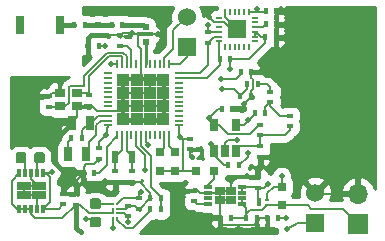
<source format=gtl>
G04 #@! TF.GenerationSoftware,KiCad,Pcbnew,(5.0.0)*
G04 #@! TF.CreationDate,2019-04-04T15:00:13-04:00*
G04 #@! TF.ProjectId,motion_ppg,6D6F74696F6E5F7070672E6B69636164,rev?*
G04 #@! TF.SameCoordinates,Original*
G04 #@! TF.FileFunction,Copper,L1,Top,Signal*
G04 #@! TF.FilePolarity,Positive*
%FSLAX46Y46*%
G04 Gerber Fmt 4.6, Leading zero omitted, Abs format (unit mm)*
G04 Created by KiCad (PCBNEW (5.0.0)) date 04/04/19 15:00:13*
%MOMM*%
%LPD*%
G01*
G04 APERTURE LIST*
G04 #@! TA.AperFunction,SMDPad,CuDef*
%ADD10R,0.650000X1.060000*%
G04 #@! TD*
G04 #@! TA.AperFunction,SMDPad,CuDef*
%ADD11R,0.599440X0.398780*%
G04 #@! TD*
G04 #@! TA.AperFunction,SMDPad,CuDef*
%ADD12R,0.398780X0.599440*%
G04 #@! TD*
G04 #@! TA.AperFunction,BGAPad,CuDef*
%ADD13C,0.230000*%
G04 #@! TD*
G04 #@! TA.AperFunction,Conductor*
%ADD14C,0.150000*%
G04 #@! TD*
G04 #@! TA.AperFunction,SMDPad,CuDef*
%ADD15C,0.875000*%
G04 #@! TD*
G04 #@! TA.AperFunction,SMDPad,CuDef*
%ADD16R,0.200000X0.500000*%
G04 #@! TD*
G04 #@! TA.AperFunction,SMDPad,CuDef*
%ADD17R,0.200000X0.550000*%
G04 #@! TD*
G04 #@! TA.AperFunction,SMDPad,CuDef*
%ADD18R,0.500000X0.200000*%
G04 #@! TD*
G04 #@! TA.AperFunction,SMDPad,CuDef*
%ADD19R,0.550000X0.200000*%
G04 #@! TD*
G04 #@! TA.AperFunction,SMDPad,CuDef*
%ADD20R,1.540000X1.540000*%
G04 #@! TD*
G04 #@! TA.AperFunction,ComponentPad*
%ADD21R,1.700000X1.700000*%
G04 #@! TD*
G04 #@! TA.AperFunction,ComponentPad*
%ADD22O,1.700000X1.700000*%
G04 #@! TD*
G04 #@! TA.AperFunction,SMDPad,CuDef*
%ADD23R,0.800000X0.800000*%
G04 #@! TD*
G04 #@! TA.AperFunction,SMDPad,CuDef*
%ADD24R,0.300000X0.650000*%
G04 #@! TD*
G04 #@! TA.AperFunction,SMDPad,CuDef*
%ADD25R,1.240000X0.775000*%
G04 #@! TD*
G04 #@! TA.AperFunction,SMDPad,CuDef*
%ADD26R,0.700000X0.300000*%
G04 #@! TD*
G04 #@! TA.AperFunction,SMDPad,CuDef*
%ADD27R,0.600000X0.600000*%
G04 #@! TD*
G04 #@! TA.AperFunction,ComponentPad*
%ADD28R,1.524000X1.524000*%
G04 #@! TD*
G04 #@! TA.AperFunction,ComponentPad*
%ADD29C,1.524000*%
G04 #@! TD*
G04 #@! TA.AperFunction,SMDPad,CuDef*
%ADD30R,0.635000X1.143000*%
G04 #@! TD*
G04 #@! TA.AperFunction,SMDPad,CuDef*
%ADD31R,0.900000X0.800000*%
G04 #@! TD*
G04 #@! TA.AperFunction,SMDPad,CuDef*
%ADD32R,0.800000X1.600000*%
G04 #@! TD*
G04 #@! TA.AperFunction,SMDPad,CuDef*
%ADD33R,0.200000X0.800000*%
G04 #@! TD*
G04 #@! TA.AperFunction,SMDPad,CuDef*
%ADD34R,0.800000X0.200000*%
G04 #@! TD*
G04 #@! TA.AperFunction,SMDPad,CuDef*
%ADD35R,1.112500X1.112500*%
G04 #@! TD*
G04 #@! TA.AperFunction,SMDPad,CuDef*
%ADD36R,0.600000X1.100000*%
G04 #@! TD*
G04 #@! TA.AperFunction,SMDPad,CuDef*
%ADD37R,0.750000X0.300000*%
G04 #@! TD*
G04 #@! TA.AperFunction,SMDPad,CuDef*
%ADD38R,0.875000X0.725000*%
G04 #@! TD*
G04 #@! TA.AperFunction,SMDPad,CuDef*
%ADD39R,0.400000X0.700000*%
G04 #@! TD*
G04 #@! TA.AperFunction,SMDPad,CuDef*
%ADD40R,0.400000X0.250000*%
G04 #@! TD*
G04 #@! TA.AperFunction,ViaPad*
%ADD41C,0.508000*%
G04 #@! TD*
G04 #@! TA.AperFunction,Conductor*
%ADD42C,0.152000*%
G04 #@! TD*
G04 #@! TA.AperFunction,Conductor*
%ADD43C,0.457200*%
G04 #@! TD*
G04 #@! TA.AperFunction,Conductor*
%ADD44C,0.460000*%
G04 #@! TD*
G04 #@! TA.AperFunction,Conductor*
%ADD45C,0.229000*%
G04 #@! TD*
G04 #@! TA.AperFunction,Conductor*
%ADD46C,0.152400*%
G04 #@! TD*
G04 #@! TA.AperFunction,Conductor*
%ADD47C,0.254000*%
G04 #@! TD*
G04 APERTURE END LIST*
D10*
G04 #@! TO.P,U5,5*
G04 #@! TO.N,DVDD*
X283770000Y-136140000D03*
G04 #@! TO.P,U5,4*
G04 #@! TO.N,Net-(R6-Pad2)*
X285670000Y-136140000D03*
G04 #@! TO.P,U5,3*
G04 #@! TO.N,Net-(C10-Pad1)*
X285670000Y-138340000D03*
G04 #@! TO.P,U5,2*
G04 #@! TO.N,DGND*
X284720000Y-138340000D03*
G04 #@! TO.P,U5,1*
G04 #@! TO.N,/ppg_amp_out*
X283770000Y-138340000D03*
G04 #@! TD*
D11*
G04 #@! TO.P,C10,2*
G04 #@! TO.N,Net-(C10-Pad2)*
X290220000Y-135380420D03*
G04 #@! TO.P,C10,1*
G04 #@! TO.N,Net-(C10-Pad1)*
X290220000Y-136279580D03*
G04 #@! TD*
G04 #@! TO.P,C9,1*
G04 #@! TO.N,Net-(C10-Pad2)*
X288580000Y-134239580D03*
G04 #@! TO.P,C9,2*
G04 #@! TO.N,Net-(C7-Pad1)*
X288580000Y-133340420D03*
G04 #@! TD*
D12*
G04 #@! TO.P,C7,2*
G04 #@! TO.N,Net-(C7-Pad2)*
X286590000Y-132700000D03*
G04 #@! TO.P,C7,1*
G04 #@! TO.N,Net-(C7-Pad1)*
X287489160Y-132700000D03*
G04 #@! TD*
G04 #@! TO.P,R8,1*
G04 #@! TO.N,Net-(R6-Pad2)*
X285919160Y-139570000D03*
G04 #@! TO.P,R8,2*
G04 #@! TO.N,/ppg_amp_out*
X285020000Y-139570000D03*
G04 #@! TD*
G04 #@! TO.P,R6,2*
G04 #@! TO.N,Net-(R6-Pad2)*
X287240000Y-135150000D03*
G04 #@! TO.P,R6,1*
G04 #@! TO.N,Net-(C10-Pad2)*
X288139160Y-135150000D03*
G04 #@! TD*
D11*
G04 #@! TO.P,R4,1*
G04 #@! TO.N,DGND*
X287710000Y-138869580D03*
G04 #@! TO.P,R4,2*
G04 #@! TO.N,Net-(C10-Pad1)*
X287710000Y-137970420D03*
G04 #@! TD*
G04 #@! TO.P,R3,2*
G04 #@! TO.N,DVDD*
X287700000Y-136140420D03*
G04 #@! TO.P,R3,1*
G04 #@! TO.N,Net-(C10-Pad1)*
X287700000Y-137039580D03*
G04 #@! TD*
D12*
G04 #@! TO.P,R2,1*
G04 #@! TO.N,DGND*
X286920000Y-133720000D03*
G04 #@! TO.P,R2,2*
G04 #@! TO.N,Net-(C7-Pad2)*
X286020840Y-133720000D03*
G04 #@! TD*
G04 #@! TO.P,C6,1*
G04 #@! TO.N,DVDD*
X284450420Y-134780000D03*
G04 #@! TO.P,C6,2*
G04 #@! TO.N,DGND*
X285349580Y-134780000D03*
G04 #@! TD*
G04 #@! TO.P,R1,2*
G04 #@! TO.N,Net-(IC1-Pad1)*
X286050840Y-131720000D03*
G04 #@! TO.P,R1,1*
G04 #@! TO.N,DGND*
X286950000Y-131720000D03*
G04 #@! TD*
D13*
G04 #@! TO.P,U2,A2*
G04 #@! TO.N,VCC*
X275620000Y-142840000D03*
G04 #@! TO.P,U2,A1*
G04 #@! TO.N,Net-(L2-Pad1)*
X275220000Y-142840000D03*
G04 #@! TO.P,U2,B1*
G04 #@! TO.N,VCC*
X275220000Y-143240000D03*
G04 #@! TO.P,U2,B2*
G04 #@! TO.N,DGND*
X275620000Y-143240000D03*
G04 #@! TO.P,U2,C2*
G04 #@! TO.N,1.8V*
X275620000Y-143640000D03*
G04 #@! TO.P,U2,C1*
G04 #@! TO.N,VCC*
X275220000Y-143640000D03*
G04 #@! TO.P,U2,D1*
G04 #@! TO.N,/LOAD_SW_CTRL*
X275220000Y-144040000D03*
G04 #@! TO.P,U2,D2*
G04 #@! TO.N,Net-(R5-Pad1)*
X275620000Y-144040000D03*
G04 #@! TD*
D11*
G04 #@! TO.P,C5,1*
G04 #@! TO.N,VCC*
X277430000Y-142390000D03*
G04 #@! TO.P,C5,2*
G04 #@! TO.N,DGND*
X277430000Y-143289160D03*
G04 #@! TD*
G04 #@! TO.P,C3,2*
G04 #@! TO.N,DGND*
X276550000Y-143000840D03*
G04 #@! TO.P,C3,1*
G04 #@! TO.N,1.8V*
X276550000Y-143900000D03*
G04 #@! TD*
D14*
G04 #@! TO.N,Net-(L1-Pad1)*
G04 #@! TO.C,L1*
G36*
X267695191Y-138476053D02*
X267716426Y-138479203D01*
X267737250Y-138484419D01*
X267757462Y-138491651D01*
X267776868Y-138500830D01*
X267795281Y-138511866D01*
X267812524Y-138524654D01*
X267828430Y-138539070D01*
X267842846Y-138554976D01*
X267855634Y-138572219D01*
X267866670Y-138590632D01*
X267875849Y-138610038D01*
X267883081Y-138630250D01*
X267888297Y-138651074D01*
X267891447Y-138672309D01*
X267892500Y-138693750D01*
X267892500Y-139206250D01*
X267891447Y-139227691D01*
X267888297Y-139248926D01*
X267883081Y-139269750D01*
X267875849Y-139289962D01*
X267866670Y-139309368D01*
X267855634Y-139327781D01*
X267842846Y-139345024D01*
X267828430Y-139360930D01*
X267812524Y-139375346D01*
X267795281Y-139388134D01*
X267776868Y-139399170D01*
X267757462Y-139408349D01*
X267737250Y-139415581D01*
X267716426Y-139420797D01*
X267695191Y-139423947D01*
X267673750Y-139425000D01*
X267236250Y-139425000D01*
X267214809Y-139423947D01*
X267193574Y-139420797D01*
X267172750Y-139415581D01*
X267152538Y-139408349D01*
X267133132Y-139399170D01*
X267114719Y-139388134D01*
X267097476Y-139375346D01*
X267081570Y-139360930D01*
X267067154Y-139345024D01*
X267054366Y-139327781D01*
X267043330Y-139309368D01*
X267034151Y-139289962D01*
X267026919Y-139269750D01*
X267021703Y-139248926D01*
X267018553Y-139227691D01*
X267017500Y-139206250D01*
X267017500Y-138693750D01*
X267018553Y-138672309D01*
X267021703Y-138651074D01*
X267026919Y-138630250D01*
X267034151Y-138610038D01*
X267043330Y-138590632D01*
X267054366Y-138572219D01*
X267067154Y-138554976D01*
X267081570Y-138539070D01*
X267097476Y-138524654D01*
X267114719Y-138511866D01*
X267133132Y-138500830D01*
X267152538Y-138491651D01*
X267172750Y-138484419D01*
X267193574Y-138479203D01*
X267214809Y-138476053D01*
X267236250Y-138475000D01*
X267673750Y-138475000D01*
X267695191Y-138476053D01*
X267695191Y-138476053D01*
G37*
D15*
G04 #@! TD*
G04 #@! TO.P,L1,1*
G04 #@! TO.N,Net-(L1-Pad1)*
X267455000Y-138950000D03*
D14*
G04 #@! TO.N,Net-(L1-Pad2)*
G04 #@! TO.C,L1*
G36*
X269270191Y-138476053D02*
X269291426Y-138479203D01*
X269312250Y-138484419D01*
X269332462Y-138491651D01*
X269351868Y-138500830D01*
X269370281Y-138511866D01*
X269387524Y-138524654D01*
X269403430Y-138539070D01*
X269417846Y-138554976D01*
X269430634Y-138572219D01*
X269441670Y-138590632D01*
X269450849Y-138610038D01*
X269458081Y-138630250D01*
X269463297Y-138651074D01*
X269466447Y-138672309D01*
X269467500Y-138693750D01*
X269467500Y-139206250D01*
X269466447Y-139227691D01*
X269463297Y-139248926D01*
X269458081Y-139269750D01*
X269450849Y-139289962D01*
X269441670Y-139309368D01*
X269430634Y-139327781D01*
X269417846Y-139345024D01*
X269403430Y-139360930D01*
X269387524Y-139375346D01*
X269370281Y-139388134D01*
X269351868Y-139399170D01*
X269332462Y-139408349D01*
X269312250Y-139415581D01*
X269291426Y-139420797D01*
X269270191Y-139423947D01*
X269248750Y-139425000D01*
X268811250Y-139425000D01*
X268789809Y-139423947D01*
X268768574Y-139420797D01*
X268747750Y-139415581D01*
X268727538Y-139408349D01*
X268708132Y-139399170D01*
X268689719Y-139388134D01*
X268672476Y-139375346D01*
X268656570Y-139360930D01*
X268642154Y-139345024D01*
X268629366Y-139327781D01*
X268618330Y-139309368D01*
X268609151Y-139289962D01*
X268601919Y-139269750D01*
X268596703Y-139248926D01*
X268593553Y-139227691D01*
X268592500Y-139206250D01*
X268592500Y-138693750D01*
X268593553Y-138672309D01*
X268596703Y-138651074D01*
X268601919Y-138630250D01*
X268609151Y-138610038D01*
X268618330Y-138590632D01*
X268629366Y-138572219D01*
X268642154Y-138554976D01*
X268656570Y-138539070D01*
X268672476Y-138524654D01*
X268689719Y-138511866D01*
X268708132Y-138500830D01*
X268727538Y-138491651D01*
X268747750Y-138484419D01*
X268768574Y-138479203D01*
X268789809Y-138476053D01*
X268811250Y-138475000D01*
X269248750Y-138475000D01*
X269270191Y-138476053D01*
X269270191Y-138476053D01*
G37*
D15*
G04 #@! TD*
G04 #@! TO.P,L1,2*
G04 #@! TO.N,Net-(L1-Pad2)*
X269030000Y-138950000D03*
D12*
G04 #@! TO.P,C4,2*
G04 #@! TO.N,DGND*
X289040000Y-128760000D03*
G04 #@! TO.P,C4,1*
G04 #@! TO.N,1.8V*
X288140840Y-128760000D03*
G04 #@! TD*
G04 #@! TO.P,C35,1*
G04 #@! TO.N,DGND*
X289059160Y-127650000D03*
G04 #@! TO.P,C35,2*
G04 #@! TO.N,Net-(C35-Pad2)*
X288160000Y-127650000D03*
G04 #@! TD*
D16*
G04 #@! TO.P,U4,1*
G04 #@! TO.N,Net-(U4-Pad1)*
X284750000Y-129580000D03*
D17*
G04 #@! TO.P,U4,2*
G04 #@! TO.N,Net-(U4-Pad2)*
X285150000Y-129580000D03*
G04 #@! TO.P,U4,3*
G04 #@! TO.N,Net-(U4-Pad3)*
X285550000Y-129580000D03*
G04 #@! TO.P,U4,4*
G04 #@! TO.N,Net-(U4-Pad4)*
X285950000Y-129580000D03*
G04 #@! TO.P,U4,5*
G04 #@! TO.N,Net-(U4-Pad5)*
X286350000Y-129580000D03*
D16*
G04 #@! TO.P,U4,6*
G04 #@! TO.N,Net-(U4-Pad6)*
X286750000Y-129580000D03*
D18*
G04 #@! TO.P,U4,7*
G04 #@! TO.N,Net-(U4-Pad7)*
X287250000Y-129080000D03*
D19*
G04 #@! TO.P,U4,8*
G04 #@! TO.N,1.8V*
X287250000Y-128680000D03*
G04 #@! TO.P,U4,9*
X287250000Y-128280000D03*
G04 #@! TO.P,U4,10*
G04 #@! TO.N,Net-(C35-Pad2)*
X287250000Y-127880000D03*
G04 #@! TO.P,U4,11*
G04 #@! TO.N,Net-(U4-Pad11)*
X287250000Y-127480000D03*
D18*
G04 #@! TO.P,U4,12*
G04 #@! TO.N,Net-(U4-Pad12)*
X287250000Y-127080000D03*
D16*
G04 #@! TO.P,U4,13*
G04 #@! TO.N,1.8V*
X286750000Y-126580000D03*
D17*
G04 #@! TO.P,U4,14*
G04 #@! TO.N,Net-(U4-Pad14)*
X286350000Y-126580000D03*
G04 #@! TO.P,U4,15*
G04 #@! TO.N,Net-(U4-Pad15)*
X285950000Y-126580000D03*
G04 #@! TO.P,U4,16*
G04 #@! TO.N,Net-(U4-Pad16)*
X285550000Y-126580000D03*
G04 #@! TO.P,U4,17*
G04 #@! TO.N,Net-(U4-Pad17)*
X285150000Y-126580000D03*
D16*
G04 #@! TO.P,U4,18*
G04 #@! TO.N,DGND*
X284750000Y-126580000D03*
D18*
G04 #@! TO.P,U4,19*
G04 #@! TO.N,Net-(U4-Pad19)*
X284250000Y-127080000D03*
D19*
G04 #@! TO.P,U4,20*
G04 #@! TO.N,DGND*
X284250000Y-127480000D03*
G04 #@! TO.P,U4,21*
G04 #@! TO.N,Net-(U4-Pad21)*
X284250000Y-127880000D03*
G04 #@! TO.P,U4,22*
G04 #@! TO.N,1.8V*
X284250000Y-128280000D03*
G04 #@! TO.P,U4,23*
G04 #@! TO.N,/SCL*
X284250000Y-128680000D03*
D18*
G04 #@! TO.P,U4,24*
G04 #@! TO.N,/SDI*
X284250000Y-129080000D03*
D20*
G04 #@! TO.P,U4,25*
G04 #@! TO.N,DGND*
X285750000Y-128080000D03*
G04 #@! TD*
D21*
G04 #@! TO.P,P3,1*
G04 #@! TO.N,5V_in_charge*
X295990000Y-144510000D03*
D22*
G04 #@! TO.P,P3,2*
G04 #@! TO.N,DGND*
X295990000Y-141970000D03*
G04 #@! TD*
D12*
G04 #@! TO.P,R5,1*
G04 #@! TO.N,Net-(R5-Pad1)*
X278420420Y-143320000D03*
G04 #@! TO.P,R5,2*
G04 #@! TO.N,/AIN_BAT_DIV_VOLTAGE*
X279319580Y-143320000D03*
G04 #@! TD*
D23*
G04 #@! TO.P,D4,2*
G04 #@! TO.N,5V_in_charge*
X289520000Y-142980000D03*
G04 #@! TO.P,D4,1*
G04 #@! TO.N,VCC*
X289520000Y-141380000D03*
G04 #@! TD*
D12*
G04 #@! TO.P,C18,1*
G04 #@! TO.N,DGND*
X288310420Y-144010000D03*
G04 #@! TO.P,C18,2*
G04 #@! TO.N,VCC*
X289209580Y-144010000D03*
G04 #@! TD*
G04 #@! TO.P,R10,1*
G04 #@! TO.N,5V_in_charge*
X286530420Y-144010000D03*
G04 #@! TO.P,R10,2*
G04 #@! TO.N,DGND*
X287429580Y-144010000D03*
G04 #@! TD*
G04 #@! TO.P,C16,1*
G04 #@! TO.N,5V_in_charge*
X285199580Y-144020000D03*
G04 #@! TO.P,C16,2*
G04 #@! TO.N,DGND*
X284300420Y-144020000D03*
G04 #@! TD*
D11*
G04 #@! TO.P,R9,1*
G04 #@! TO.N,Net-(R9-Pad1)*
X282140000Y-142639580D03*
G04 #@! TO.P,R9,2*
G04 #@! TO.N,DGND*
X282140000Y-141740420D03*
G04 #@! TD*
G04 #@! TO.P,C17,1*
G04 #@! TO.N,/BATT_IN*
X287490000Y-141469580D03*
G04 #@! TO.P,C17,2*
G04 #@! TO.N,DGND*
X287490000Y-140570420D03*
G04 #@! TD*
D23*
G04 #@! TO.P,D3,2*
G04 #@! TO.N,DVDD*
X282240000Y-140050000D03*
G04 #@! TO.P,D3,1*
G04 #@! TO.N,Net-(D3-Pad1)*
X283840000Y-140050000D03*
G04 #@! TD*
D11*
G04 #@! TO.P,C22,1*
G04 #@! TO.N,DVDD*
X281800000Y-137320420D03*
G04 #@! TO.P,C22,2*
G04 #@! TO.N,DGND*
X281800000Y-138219580D03*
G04 #@! TD*
D12*
G04 #@! TO.P,R7,1*
G04 #@! TO.N,DGND*
X278420840Y-142360000D03*
G04 #@! TO.P,R7,2*
G04 #@! TO.N,/AIN_BAT_DIV_VOLTAGE*
X279320000Y-142360000D03*
G04 #@! TD*
D24*
G04 #@! TO.P,U1,1*
G04 #@! TO.N,DVDD*
X269320000Y-140200000D03*
G04 #@! TO.P,U1,2*
G04 #@! TO.N,Net-(L1-Pad2)*
X268820000Y-140200000D03*
G04 #@! TO.P,U1,3*
G04 #@! TO.N,DGND*
X268320000Y-140200000D03*
G04 #@! TO.P,U1,4*
G04 #@! TO.N,Net-(L1-Pad1)*
X267820000Y-140200000D03*
G04 #@! TO.P,U1,5*
G04 #@! TO.N,VCC*
X267320000Y-140200000D03*
G04 #@! TO.P,U1,6*
X267320000Y-143300000D03*
G04 #@! TO.P,U1,7*
X267820000Y-143300000D03*
G04 #@! TO.P,U1,8*
X268320000Y-143300000D03*
G04 #@! TO.P,U1,9*
G04 #@! TO.N,DGND*
X268820000Y-143300000D03*
G04 #@! TO.P,U1,10*
G04 #@! TO.N,DVDD*
X269320000Y-143300000D03*
D25*
G04 #@! TO.P,U1,11*
G04 #@! TO.N,DGND*
X267700000Y-142137500D03*
X268940000Y-142137500D03*
X267700000Y-141362500D03*
X268940000Y-141362500D03*
G04 #@! TD*
D11*
G04 #@! TO.P,C21,1*
G04 #@! TO.N,DGND*
X274070000Y-139049580D03*
G04 #@! TO.P,C21,2*
G04 #@! TO.N,DVDD*
X274070000Y-138150420D03*
G04 #@! TD*
D12*
G04 #@! TO.P,R12,1*
G04 #@! TO.N,1.8V*
X285179580Y-130610000D03*
G04 #@! TO.P,R12,2*
G04 #@! TO.N,/SDI*
X284280420Y-130610000D03*
G04 #@! TD*
D11*
G04 #@! TO.P,R11,1*
G04 #@! TO.N,1.8V*
X283310000Y-128290000D03*
G04 #@! TO.P,R11,2*
G04 #@! TO.N,/SCL*
X283310000Y-129189160D03*
G04 #@! TD*
D12*
G04 #@! TO.P,C36,1*
G04 #@! TO.N,DGND*
X289060000Y-126530000D03*
G04 #@! TO.P,C36,2*
G04 #@! TO.N,1.8V*
X288160840Y-126530000D03*
G04 #@! TD*
D26*
G04 #@! TO.P,F1,1*
G04 #@! TO.N,DGND*
X278326500Y-128500000D03*
D27*
G04 #@! TO.P,F1,2*
G04 #@! TO.N,Net-(F1-Pad2)*
X278000000Y-129112500D03*
G04 #@! TO.P,F1,4*
G04 #@! TO.N,/RF*
X278000000Y-127887500D03*
D26*
G04 #@! TO.P,F1,3*
G04 #@! TO.N,DGND*
X277637500Y-128500000D03*
G04 #@! TD*
D11*
G04 #@! TO.P,C34,1*
G04 #@! TO.N,/DEC3*
X275840000Y-129489580D03*
G04 #@! TO.P,C34,2*
G04 #@! TO.N,DGND*
X275840000Y-128590420D03*
G04 #@! TD*
D12*
G04 #@! TO.P,C33,1*
G04 #@! TO.N,DGND*
X273150420Y-129450000D03*
G04 #@! TO.P,C33,2*
G04 #@! TO.N,DVDD*
X274049580Y-129450000D03*
G04 #@! TD*
D28*
G04 #@! TO.P,P2,1*
G04 #@! TO.N,/SWDCLK*
X281500000Y-129560000D03*
D29*
G04 #@! TO.P,P2,2*
G04 #@! TO.N,/SWDIO*
X281500000Y-127020000D03*
G04 #@! TD*
D23*
G04 #@! TO.P,D2,2*
G04 #@! TO.N,DVDD*
X280490000Y-140050000D03*
G04 #@! TO.P,D2,1*
G04 #@! TO.N,/LED3*
X280490000Y-138450000D03*
G04 #@! TD*
D11*
G04 #@! TO.P,C2,1*
G04 #@! TO.N,DVDD*
X271040000Y-142899580D03*
G04 #@! TO.P,C2,2*
G04 #@! TO.N,DGND*
X271040000Y-142000420D03*
G04 #@! TD*
G04 #@! TO.P,C1,1*
G04 #@! TO.N,VCC*
X272140000Y-142909580D03*
G04 #@! TO.P,C1,2*
G04 #@! TO.N,DGND*
X272140000Y-142010420D03*
G04 #@! TD*
D23*
G04 #@! TO.P,D1,2*
G04 #@! TO.N,DVDD*
X279240000Y-140050000D03*
G04 #@! TO.P,D1,1*
G04 #@! TO.N,/LED2*
X279240000Y-138450000D03*
G04 #@! TD*
D28*
G04 #@! TO.P,P1,1*
G04 #@! TO.N,/BATT_IN*
X292380000Y-144450000D03*
D29*
G04 #@! TO.P,P1,2*
G04 #@! TO.N,DGND*
X292380000Y-141910000D03*
G04 #@! TD*
D30*
G04 #@! TO.P,L4,1*
G04 #@! TO.N,Net-(L4-Pad1)*
X272932000Y-138620000D03*
G04 #@! TO.P,L4,2*
G04 #@! TO.N,Net-(L3-Pad1)*
X271408000Y-138620000D03*
G04 #@! TD*
D31*
G04 #@! TO.P,X1,4*
G04 #@! TO.N,DGND*
X270800000Y-133500000D03*
G04 #@! TO.P,X1,3*
G04 #@! TO.N,Net-(C25-Pad2)*
X272200000Y-133500000D03*
G04 #@! TO.P,X1,1*
G04 #@! TO.N,Net-(C24-Pad2)*
X270800000Y-134600000D03*
G04 #@! TO.P,X1,2*
G04 #@! TO.N,DGND*
X272200000Y-134600000D03*
G04 #@! TD*
D11*
G04 #@! TO.P,C28,1*
G04 #@! TO.N,Net-(C28-Pad1)*
X275450000Y-140100420D03*
G04 #@! TO.P,C28,2*
G04 #@! TO.N,DGND*
X275450000Y-140999580D03*
G04 #@! TD*
D12*
G04 #@! TO.P,C26,1*
G04 #@! TO.N,/DEC1*
X273649580Y-140200000D03*
G04 #@! TO.P,C26,2*
G04 #@! TO.N,DGND*
X272750420Y-140200000D03*
G04 #@! TD*
D11*
G04 #@! TO.P,C24,1*
G04 #@! TO.N,DGND*
X269800000Y-133750420D03*
G04 #@! TO.P,C24,2*
G04 #@! TO.N,Net-(C24-Pad2)*
X269800000Y-134649580D03*
G04 #@! TD*
G04 #@! TO.P,C25,1*
G04 #@! TO.N,DGND*
X273200000Y-134549580D03*
G04 #@! TO.P,C25,2*
G04 #@! TO.N,Net-(C25-Pad2)*
X273200000Y-133650420D03*
G04 #@! TD*
G04 #@! TO.P,C29,1*
G04 #@! TO.N,Net-(C29-Pad1)*
X276850000Y-140100420D03*
G04 #@! TO.P,C29,2*
G04 #@! TO.N,DGND*
X276850000Y-140999580D03*
G04 #@! TD*
D32*
G04 #@! TO.P,A1,1*
G04 #@! TO.N,Net-(A1-Pad1)*
X270745000Y-127673000D03*
G04 #@! TO.P,A1,2*
G04 #@! TO.N,Net-(A1-Pad2)*
X267345000Y-127673000D03*
G04 #@! TD*
D12*
G04 #@! TO.P,L6,1*
G04 #@! TO.N,Net-(C30-Pad2)*
X272849580Y-127700000D03*
G04 #@! TO.P,L6,2*
G04 #@! TO.N,Net-(A1-Pad1)*
X271950420Y-127700000D03*
G04 #@! TD*
D11*
G04 #@! TO.P,L5,1*
G04 #@! TO.N,Net-(C30-Pad2)*
X274000000Y-127650420D03*
G04 #@! TO.P,L5,2*
G04 #@! TO.N,DGND*
X274000000Y-128549580D03*
G04 #@! TD*
D12*
G04 #@! TO.P,C30,1*
G04 #@! TO.N,/RF*
X276049580Y-127700000D03*
G04 #@! TO.P,C30,2*
G04 #@! TO.N,Net-(C30-Pad2)*
X275150420Y-127700000D03*
G04 #@! TD*
G04 #@! TO.P,L3,1*
G04 #@! TO.N,Net-(L3-Pad1)*
X271730420Y-137270000D03*
G04 #@! TO.P,L3,2*
G04 #@! TO.N,Net-(C23-Pad1)*
X272629580Y-137270000D03*
G04 #@! TD*
D30*
G04 #@! TO.P,C23,1*
G04 #@! TO.N,Net-(C23-Pad1)*
X273262000Y-136000000D03*
G04 #@! TO.P,C23,2*
G04 #@! TO.N,DGND*
X271738000Y-136000000D03*
G04 #@! TD*
D33*
G04 #@! TO.P,U3,1*
G04 #@! TO.N,/DEC1*
X275600000Y-137000000D03*
G04 #@! TO.P,U3,2*
G04 #@! TO.N,Net-(C28-Pad1)*
X276000000Y-137000000D03*
G04 #@! TO.P,U3,3*
G04 #@! TO.N,Net-(C29-Pad1)*
X276400000Y-137000000D03*
G04 #@! TO.P,U3,4*
G04 #@! TO.N,Net-(U3-Pad4)*
X276800000Y-137000000D03*
G04 #@! TO.P,U3,5*
G04 #@! TO.N,/LOAD_SW_CTRL*
X277200000Y-137000000D03*
G04 #@! TO.P,U3,6*
G04 #@! TO.N,/AIN_BAT_DIV_VOLTAGE*
X277600000Y-137000000D03*
G04 #@! TO.P,U3,7*
G04 #@! TO.N,/ppg_amp_out*
X278000000Y-137000000D03*
G04 #@! TO.P,U3,8*
G04 #@! TO.N,Net-(U3-Pad8)*
X278400000Y-137000000D03*
G04 #@! TO.P,U3,9*
G04 #@! TO.N,Net-(U3-Pad9)*
X278800000Y-137000000D03*
G04 #@! TO.P,U3,10*
G04 #@! TO.N,Net-(U3-Pad10)*
X279200000Y-137000000D03*
G04 #@! TO.P,U3,11*
G04 #@! TO.N,/LED2*
X279600000Y-137000000D03*
G04 #@! TO.P,U3,12*
G04 #@! TO.N,/LED3*
X280000000Y-137000000D03*
D34*
G04 #@! TO.P,U3,13*
G04 #@! TO.N,DVDD*
X280800000Y-136200000D03*
G04 #@! TO.P,U3,14*
G04 #@! TO.N,/~DRDY*
X280800000Y-135800000D03*
G04 #@! TO.P,U3,15*
G04 #@! TO.N,/DOUT*
X280800000Y-135400000D03*
G04 #@! TO.P,U3,16*
G04 #@! TO.N,/SPI_SCLK*
X280800000Y-135000000D03*
G04 #@! TO.P,U3,17*
G04 #@! TO.N,/DIN*
X280800000Y-134600000D03*
G04 #@! TO.P,U3,18*
G04 #@! TO.N,/SPI_~CS*
X280800000Y-134200000D03*
G04 #@! TO.P,U3,19*
G04 #@! TO.N,/~PWDN/RESET*
X280800000Y-133800000D03*
G04 #@! TO.P,U3,20*
G04 #@! TO.N,Net-(U3-Pad20)*
X280800000Y-133400000D03*
G04 #@! TO.P,U3,21*
G04 #@! TO.N,Net-(U3-Pad21)*
X280800000Y-133000000D03*
G04 #@! TO.P,U3,22*
G04 #@! TO.N,Net-(U3-Pad22)*
X280800000Y-132600000D03*
G04 #@! TO.P,U3,23*
G04 #@! TO.N,/SDI*
X280800000Y-132200000D03*
G04 #@! TO.P,U3,24*
G04 #@! TO.N,/SCL*
X280800000Y-131800000D03*
D33*
G04 #@! TO.P,U3,25*
G04 #@! TO.N,/SWDCLK*
X280000000Y-131000000D03*
G04 #@! TO.P,U3,26*
G04 #@! TO.N,/SWDIO*
X279600000Y-131000000D03*
G04 #@! TO.P,U3,27*
G04 #@! TO.N,Net-(U3-Pad27)*
X279200000Y-131000000D03*
G04 #@! TO.P,U3,28*
G04 #@! TO.N,Net-(U3-Pad28)*
X278800000Y-131000000D03*
G04 #@! TO.P,U3,29*
G04 #@! TO.N,Net-(U3-Pad29)*
X278400000Y-131000000D03*
G04 #@! TO.P,U3,30*
G04 #@! TO.N,Net-(F1-Pad2)*
X278000000Y-131000000D03*
G04 #@! TO.P,U3,31*
G04 #@! TO.N,DGND*
X277600000Y-131000000D03*
G04 #@! TO.P,U3,32*
G04 #@! TO.N,/DEC2*
X277200000Y-131000000D03*
G04 #@! TO.P,U3,33*
G04 #@! TO.N,/DEC3*
X276800000Y-131000000D03*
G04 #@! TO.P,U3,34*
G04 #@! TO.N,Net-(C24-Pad2)*
X276400000Y-131000000D03*
G04 #@! TO.P,U3,35*
G04 #@! TO.N,Net-(C25-Pad2)*
X276000000Y-131000000D03*
G04 #@! TO.P,U3,36*
G04 #@! TO.N,DVDD*
X275600000Y-131000000D03*
D34*
G04 #@! TO.P,U3,37*
G04 #@! TO.N,Net-(U3-Pad37)*
X274800000Y-131800000D03*
G04 #@! TO.P,U3,38*
G04 #@! TO.N,Net-(U3-Pad38)*
X274800000Y-132200000D03*
G04 #@! TO.P,U3,39*
G04 #@! TO.N,Net-(U3-Pad39)*
X274800000Y-132600000D03*
G04 #@! TO.P,U3,40*
G04 #@! TO.N,Net-(U3-Pad40)*
X274800000Y-133000000D03*
G04 #@! TO.P,U3,41*
G04 #@! TO.N,Net-(U3-Pad41)*
X274800000Y-133400000D03*
G04 #@! TO.P,U3,42*
G04 #@! TO.N,Net-(U3-Pad42)*
X274800000Y-133800000D03*
G04 #@! TO.P,U3,43*
G04 #@! TO.N,Net-(U3-Pad43)*
X274800000Y-134200000D03*
G04 #@! TO.P,U3,44*
G04 #@! TO.N,Net-(U3-Pad44)*
X274800000Y-134600000D03*
G04 #@! TO.P,U3,45*
G04 #@! TO.N,DGND*
X274800000Y-135000000D03*
G04 #@! TO.P,U3,46*
G04 #@! TO.N,Net-(C23-Pad1)*
X274800000Y-135400000D03*
G04 #@! TO.P,U3,47*
G04 #@! TO.N,Net-(L4-Pad1)*
X274800000Y-135800000D03*
G04 #@! TO.P,U3,48*
G04 #@! TO.N,DVDD*
X274800000Y-136200000D03*
D35*
G04 #@! TO.P,U3,49*
G04 #@! TO.N,DGND*
X279468750Y-132331250D03*
X278356250Y-132331250D03*
X277243750Y-132331250D03*
X276131250Y-132331250D03*
X279468750Y-133443750D03*
X278356250Y-133443750D03*
X277243750Y-133443750D03*
X276131250Y-133443750D03*
X279468750Y-134556250D03*
X278356250Y-134556250D03*
X277243750Y-134556250D03*
X276131250Y-134556250D03*
X279468750Y-135668750D03*
X278356250Y-135668750D03*
X277243750Y-135668750D03*
X276131250Y-135668750D03*
G04 #@! TD*
D36*
G04 #@! TO.P,X2,1*
G04 #@! TO.N,Net-(C29-Pad1)*
X276850000Y-138850000D03*
G04 #@! TO.P,X2,2*
G04 #@! TO.N,Net-(C28-Pad1)*
X275450000Y-138850000D03*
G04 #@! TD*
D37*
G04 #@! TO.P,U6,1*
G04 #@! TO.N,5V_in_charge*
X286210000Y-142890000D03*
G04 #@! TO.P,U6,2*
X286210000Y-142390000D03*
G04 #@! TO.P,U6,3*
G04 #@! TO.N,/BATT_IN*
X286210000Y-141890000D03*
G04 #@! TO.P,U6,4*
X286210000Y-141390000D03*
G04 #@! TO.P,U6,5*
G04 #@! TO.N,Net-(D3-Pad1)*
X283310000Y-141390000D03*
G04 #@! TO.P,U6,6*
G04 #@! TO.N,DGND*
X283310000Y-141890000D03*
G04 #@! TO.P,U6,7*
G04 #@! TO.N,Net-(U6-Pad7)*
X283310000Y-142390000D03*
G04 #@! TO.P,U6,8*
G04 #@! TO.N,Net-(R9-Pad1)*
X283310000Y-142890000D03*
D38*
G04 #@! TO.P,U6,9*
G04 #@! TO.N,DGND*
X284322500Y-141777500D03*
X284322500Y-142502500D03*
X285197500Y-141777500D03*
X285197500Y-142502500D03*
G04 #@! TD*
D39*
G04 #@! TO.P,Q1,2*
G04 #@! TO.N,/BATT_IN*
X287610000Y-142730000D03*
D40*
G04 #@! TO.P,Q1,1*
G04 #@! TO.N,5V_in_charge*
X288310000Y-142955000D03*
G04 #@! TO.P,Q1,3*
G04 #@! TO.N,VCC*
X288310000Y-142505000D03*
G04 #@! TD*
D14*
G04 #@! TO.N,1.8V*
G04 #@! TO.C,L2*
G36*
X274027691Y-143961053D02*
X274048926Y-143964203D01*
X274069750Y-143969419D01*
X274089962Y-143976651D01*
X274109368Y-143985830D01*
X274127781Y-143996866D01*
X274145024Y-144009654D01*
X274160930Y-144024070D01*
X274175346Y-144039976D01*
X274188134Y-144057219D01*
X274199170Y-144075632D01*
X274208349Y-144095038D01*
X274215581Y-144115250D01*
X274220797Y-144136074D01*
X274223947Y-144157309D01*
X274225000Y-144178750D01*
X274225000Y-144616250D01*
X274223947Y-144637691D01*
X274220797Y-144658926D01*
X274215581Y-144679750D01*
X274208349Y-144699962D01*
X274199170Y-144719368D01*
X274188134Y-144737781D01*
X274175346Y-144755024D01*
X274160930Y-144770930D01*
X274145024Y-144785346D01*
X274127781Y-144798134D01*
X274109368Y-144809170D01*
X274089962Y-144818349D01*
X274069750Y-144825581D01*
X274048926Y-144830797D01*
X274027691Y-144833947D01*
X274006250Y-144835000D01*
X273493750Y-144835000D01*
X273472309Y-144833947D01*
X273451074Y-144830797D01*
X273430250Y-144825581D01*
X273410038Y-144818349D01*
X273390632Y-144809170D01*
X273372219Y-144798134D01*
X273354976Y-144785346D01*
X273339070Y-144770930D01*
X273324654Y-144755024D01*
X273311866Y-144737781D01*
X273300830Y-144719368D01*
X273291651Y-144699962D01*
X273284419Y-144679750D01*
X273279203Y-144658926D01*
X273276053Y-144637691D01*
X273275000Y-144616250D01*
X273275000Y-144178750D01*
X273276053Y-144157309D01*
X273279203Y-144136074D01*
X273284419Y-144115250D01*
X273291651Y-144095038D01*
X273300830Y-144075632D01*
X273311866Y-144057219D01*
X273324654Y-144039976D01*
X273339070Y-144024070D01*
X273354976Y-144009654D01*
X273372219Y-143996866D01*
X273390632Y-143985830D01*
X273410038Y-143976651D01*
X273430250Y-143969419D01*
X273451074Y-143964203D01*
X273472309Y-143961053D01*
X273493750Y-143960000D01*
X274006250Y-143960000D01*
X274027691Y-143961053D01*
X274027691Y-143961053D01*
G37*
D15*
G04 #@! TD*
G04 #@! TO.P,L2,2*
G04 #@! TO.N,1.8V*
X273750000Y-144397500D03*
D14*
G04 #@! TO.N,Net-(L2-Pad1)*
G04 #@! TO.C,L2*
G36*
X274027691Y-142386053D02*
X274048926Y-142389203D01*
X274069750Y-142394419D01*
X274089962Y-142401651D01*
X274109368Y-142410830D01*
X274127781Y-142421866D01*
X274145024Y-142434654D01*
X274160930Y-142449070D01*
X274175346Y-142464976D01*
X274188134Y-142482219D01*
X274199170Y-142500632D01*
X274208349Y-142520038D01*
X274215581Y-142540250D01*
X274220797Y-142561074D01*
X274223947Y-142582309D01*
X274225000Y-142603750D01*
X274225000Y-143041250D01*
X274223947Y-143062691D01*
X274220797Y-143083926D01*
X274215581Y-143104750D01*
X274208349Y-143124962D01*
X274199170Y-143144368D01*
X274188134Y-143162781D01*
X274175346Y-143180024D01*
X274160930Y-143195930D01*
X274145024Y-143210346D01*
X274127781Y-143223134D01*
X274109368Y-143234170D01*
X274089962Y-143243349D01*
X274069750Y-143250581D01*
X274048926Y-143255797D01*
X274027691Y-143258947D01*
X274006250Y-143260000D01*
X273493750Y-143260000D01*
X273472309Y-143258947D01*
X273451074Y-143255797D01*
X273430250Y-143250581D01*
X273410038Y-143243349D01*
X273390632Y-143234170D01*
X273372219Y-143223134D01*
X273354976Y-143210346D01*
X273339070Y-143195930D01*
X273324654Y-143180024D01*
X273311866Y-143162781D01*
X273300830Y-143144368D01*
X273291651Y-143124962D01*
X273284419Y-143104750D01*
X273279203Y-143083926D01*
X273276053Y-143062691D01*
X273275000Y-143041250D01*
X273275000Y-142603750D01*
X273276053Y-142582309D01*
X273279203Y-142561074D01*
X273284419Y-142540250D01*
X273291651Y-142520038D01*
X273300830Y-142500632D01*
X273311866Y-142482219D01*
X273324654Y-142464976D01*
X273339070Y-142449070D01*
X273354976Y-142434654D01*
X273372219Y-142421866D01*
X273390632Y-142410830D01*
X273410038Y-142401651D01*
X273430250Y-142394419D01*
X273451074Y-142389203D01*
X273472309Y-142386053D01*
X273493750Y-142385000D01*
X274006250Y-142385000D01*
X274027691Y-142386053D01*
X274027691Y-142386053D01*
G37*
D15*
G04 #@! TD*
G04 #@! TO.P,L2,1*
G04 #@! TO.N,Net-(L2-Pad1)*
X273750000Y-142822500D03*
D41*
G04 #@! TO.N,DVDD*
X270070000Y-140110000D03*
X280880000Y-137160000D03*
X274640000Y-137010000D03*
X275120000Y-130980000D03*
X274580000Y-129450000D03*
X283390000Y-135550000D03*
G04 #@! TO.N,VCC*
X289520000Y-140520000D03*
X289860000Y-144040000D03*
X277600000Y-141800000D03*
X272520000Y-145250000D03*
G04 #@! TO.N,DGND*
X287740000Y-139830000D03*
X268940000Y-142137500D03*
X279070000Y-128500000D03*
X268986000Y-135610000D03*
X276820000Y-128420000D03*
X283370650Y-127041543D03*
X286046109Y-128376109D03*
X289500000Y-126390000D03*
X281920000Y-138891801D03*
X286342621Y-134407254D03*
X285740000Y-137403598D03*
G04 #@! TO.N,/LOAD_SW_CTRL*
X277940000Y-140010000D03*
X275210000Y-144910000D03*
G04 #@! TO.N,/BATT_IN*
X290000000Y-145010000D03*
X288340000Y-141140000D03*
G04 #@! TO.N,1.8V*
X285179580Y-131429580D03*
X283320000Y-127700000D03*
X287400000Y-126340000D03*
X276550000Y-144420000D03*
X272990000Y-144160000D03*
G04 #@! TO.N,Net-(C7-Pad2)*
X284510000Y-133120000D03*
G04 #@! TO.N,Net-(IC1-Pad1)*
X284370000Y-132250000D03*
G04 #@! TO.N,Net-(R6-Pad2)*
X286640000Y-138560000D03*
X286640000Y-135760000D03*
G04 #@! TO.N,/ppg_amp_out*
X278246086Y-137866086D03*
X283530000Y-137770000D03*
G04 #@! TD*
D42*
G04 #@! TO.N,/DEC1*
X274100000Y-140200000D02*
X273649580Y-140200000D01*
X274730000Y-139570000D02*
X274100000Y-140200000D01*
X274730000Y-138010000D02*
X274730000Y-139570000D01*
X275600000Y-137140000D02*
X274730000Y-138010000D01*
X275600000Y-137000000D02*
X275600000Y-137140000D01*
X275600000Y-137000000D02*
X275550000Y-137000000D01*
D43*
G04 #@! TO.N,/RF*
X276049580Y-127700000D02*
X277800000Y-127700000D01*
X277800000Y-127700000D02*
X278000000Y-127900000D01*
D42*
G04 #@! TO.N,/SWDCLK*
X280000000Y-131000000D02*
X280920000Y-131000000D01*
X281500000Y-130420000D02*
X281500000Y-129560000D01*
X280920000Y-131000000D02*
X281500000Y-130420000D01*
G04 #@! TO.N,/SWDIO*
X279600000Y-131000000D02*
X279600000Y-130480000D01*
X280360000Y-128160000D02*
X281500000Y-127020000D01*
X280360000Y-129720000D02*
X280360000Y-128160000D01*
X279600000Y-130480000D02*
X280360000Y-129720000D01*
D44*
G04 #@! TO.N,Net-(A1-Pad1)*
X271950420Y-127700000D02*
X270772000Y-127700000D01*
X270772000Y-127700000D02*
X270745000Y-127673000D01*
D42*
G04 #@! TO.N,Net-(L3-Pad1)*
X271408000Y-138620000D02*
X271408000Y-137592420D01*
X271408000Y-137592420D02*
X271730420Y-137270000D01*
G04 #@! TO.N,DVDD*
X279240000Y-140050000D02*
X280490000Y-140050000D01*
X281800000Y-137320420D02*
X281040420Y-137320420D01*
X281040420Y-137320420D02*
X280880000Y-137160000D01*
X269320000Y-140200000D02*
X269980000Y-140200000D01*
X269980000Y-140200000D02*
X270070000Y-140110000D01*
X269320000Y-143300000D02*
X270639580Y-143300000D01*
X270639580Y-143300000D02*
X271040000Y-142899580D01*
D45*
X269320000Y-140200000D02*
X269560000Y-140200000D01*
D42*
X269900000Y-142720000D02*
X269320000Y-143300000D01*
X269900000Y-140540000D02*
X269900000Y-142720000D01*
X269560000Y-140200000D02*
X269900000Y-140540000D01*
X280880000Y-137160000D02*
X280880000Y-136970000D01*
X280880000Y-136970000D02*
X280800000Y-136890000D01*
X274070000Y-138150420D02*
X274070000Y-137580000D01*
X274070000Y-137580000D02*
X274640000Y-137010000D01*
X274660000Y-136990000D02*
X274800000Y-136200000D01*
X274640000Y-137010000D02*
X274660000Y-136990000D01*
X274049580Y-129450000D02*
X274580000Y-129450000D01*
X275140000Y-131000000D02*
X275600000Y-131000000D01*
X275120000Y-130980000D02*
X275140000Y-131000000D01*
X280800000Y-136200000D02*
X280800000Y-136890000D01*
X282240000Y-140050000D02*
X281688000Y-140050000D01*
X281133999Y-139993999D02*
X281190000Y-140050000D01*
X281133999Y-137413999D02*
X281133999Y-139993999D01*
X280880000Y-137160000D02*
X281133999Y-137413999D01*
X281688000Y-140050000D02*
X281190000Y-140050000D01*
X281190000Y-140050000D02*
X280490000Y-140050000D01*
X284160000Y-134780000D02*
X283390000Y-135550000D01*
X284450420Y-134780000D02*
X284160000Y-134780000D01*
X283390000Y-135760000D02*
X283770000Y-136140000D01*
X283390000Y-135550000D02*
X283390000Y-135760000D01*
X287599670Y-136140420D02*
X287700000Y-136140420D01*
X286841689Y-136898401D02*
X287599670Y-136140420D01*
X285005401Y-136898401D02*
X286841689Y-136898401D01*
X284247000Y-136140000D02*
X285005401Y-136898401D01*
X283770000Y-136140000D02*
X284247000Y-136140000D01*
G04 #@! TO.N,VCC*
X289520000Y-141380000D02*
X289520000Y-140520000D01*
X289830000Y-144010000D02*
X289209580Y-144010000D01*
X289860000Y-144040000D02*
X289830000Y-144010000D01*
X288310000Y-142505000D02*
X288310000Y-141930000D01*
X288860000Y-141380000D02*
X289520000Y-141380000D01*
X288310000Y-141930000D02*
X288860000Y-141380000D01*
X268320000Y-143300000D02*
X268320000Y-143730000D01*
X268320000Y-143730000D02*
X268670000Y-144080000D01*
X268670000Y-144080000D02*
X270969580Y-144080000D01*
X270969580Y-144080000D02*
X272140000Y-142909580D01*
X267910420Y-143390420D02*
X267820000Y-143300000D01*
X268320000Y-143300000D02*
X267820000Y-143300000D01*
X267320000Y-143300000D02*
X267820000Y-143300000D01*
X267320000Y-140200000D02*
X267320000Y-140240000D01*
X267320000Y-140240000D02*
X266660000Y-140900000D01*
X267100000Y-143300000D02*
X267320000Y-143300000D01*
X266660000Y-142860000D02*
X267100000Y-143300000D01*
X266660000Y-140900000D02*
X266660000Y-142860000D01*
X275220000Y-143240000D02*
X275220000Y-143640000D01*
X272140000Y-142909580D02*
X272140000Y-143260970D01*
X277430000Y-142390000D02*
X277430000Y-141970000D01*
X277430000Y-141970000D02*
X277600000Y-141800000D01*
D43*
X272140000Y-142909580D02*
X272140000Y-144870000D01*
X272140000Y-144870000D02*
X272520000Y-145250000D01*
D42*
X276070000Y-142390000D02*
X277430000Y-142390000D01*
X275620000Y-142840000D02*
X276070000Y-142390000D01*
X275057366Y-143640000D02*
X275220000Y-143640000D01*
X273183954Y-143640000D02*
X275057366Y-143640000D01*
X272453534Y-142909580D02*
X273183954Y-143640000D01*
X272140000Y-142909580D02*
X272453534Y-142909580D01*
D44*
G04 #@! TO.N,Net-(C30-Pad2)*
X274000000Y-127699580D02*
X272850000Y-127699580D01*
X272850000Y-127699580D02*
X272849580Y-127700000D01*
X275150420Y-127700000D02*
X274000420Y-127700000D01*
X274000420Y-127700000D02*
X274000000Y-127699580D01*
D42*
G04 #@! TO.N,Net-(L1-Pad1)*
X267820000Y-139315000D02*
X267455000Y-138950000D01*
X267820000Y-140200000D02*
X267820000Y-139315000D01*
G04 #@! TO.N,/LED2*
X279600000Y-137000000D02*
X279600000Y-138090000D01*
X279600000Y-138090000D02*
X279240000Y-138450000D01*
G04 #@! TO.N,/LED3*
X280000000Y-137000000D02*
X280000000Y-137960000D01*
X280000000Y-137960000D02*
X280490000Y-138450000D01*
G04 #@! TO.N,Net-(C23-Pad1)*
X272629580Y-137270000D02*
X272629580Y-136632420D01*
X272629580Y-136632420D02*
X273262000Y-136000000D01*
X273262000Y-136000000D02*
X273350000Y-136000000D01*
X273350000Y-136000000D02*
X273950000Y-135400000D01*
X273950000Y-135400000D02*
X274800000Y-135400000D01*
G04 #@! TO.N,Net-(C24-Pad2)*
X275000000Y-130040000D02*
X274720163Y-130049375D01*
X274720163Y-130049375D02*
X272760000Y-132040000D01*
X272760000Y-132040000D02*
X272770000Y-132030000D01*
X272770000Y-132030000D02*
X272770000Y-132830000D01*
X272770000Y-132830000D02*
X271600000Y-132830000D01*
X271600000Y-132830000D02*
X271490000Y-132940000D01*
X271490000Y-132940000D02*
X271490000Y-134310000D01*
X271490000Y-134310000D02*
X271200000Y-134600000D01*
X276400000Y-131000000D02*
X276400000Y-130330490D01*
X275395598Y-130045598D02*
X275000000Y-130040000D01*
X276115108Y-130045598D02*
X275395598Y-130045598D01*
X276400000Y-130330490D02*
X276115108Y-130045598D01*
X271200000Y-134600000D02*
X270800000Y-134600000D01*
X269800000Y-134649580D02*
X270750420Y-134649580D01*
X270800000Y-134600000D02*
X270950000Y-134600000D01*
X270750420Y-134649580D02*
X270800000Y-134600000D01*
D46*
X271050000Y-134650000D02*
X270800000Y-134650000D01*
X270799580Y-134649580D02*
X270800000Y-134650000D01*
D42*
G04 #@! TO.N,Net-(C25-Pad2)*
X276000000Y-131000000D02*
X276000000Y-130450000D01*
X276000000Y-130450000D02*
X275900000Y-130350000D01*
X275900000Y-130350000D02*
X274900000Y-130350000D01*
X274900000Y-130350000D02*
X273200000Y-132050000D01*
X273200000Y-132050000D02*
X273200000Y-133650420D01*
X272200000Y-133500000D02*
X273049580Y-133500000D01*
X273049580Y-133500000D02*
X273200000Y-133650420D01*
G04 #@! TO.N,Net-(C28-Pad1)*
X275450000Y-140100420D02*
X275450000Y-138850000D01*
X275450000Y-138850000D02*
X276000000Y-138300000D01*
X276000000Y-138300000D02*
X276000000Y-137000000D01*
G04 #@! TO.N,Net-(C29-Pad1)*
X276850000Y-140100420D02*
X276850000Y-138850000D01*
X276400000Y-137000000D02*
X276400000Y-138400000D01*
X276400000Y-138400000D02*
X276850000Y-138850000D01*
G04 #@! TO.N,Net-(L4-Pad1)*
X274800000Y-135800000D02*
X274240000Y-135800000D01*
X273200000Y-137640000D02*
X273200000Y-138352000D01*
X273840000Y-137000000D02*
X273200000Y-137640000D01*
X273840000Y-136200000D02*
X273840000Y-137000000D01*
X274240000Y-135800000D02*
X273840000Y-136200000D01*
X273200000Y-138352000D02*
X272932000Y-138620000D01*
D45*
G04 #@! TO.N,Net-(F1-Pad2)*
X278000000Y-129100000D02*
X278000000Y-131000000D01*
D42*
G04 #@! TO.N,/DEC3*
X276800000Y-131000000D02*
X276800000Y-129850000D01*
X276439580Y-129489580D02*
X275840000Y-129489580D01*
X276800000Y-129850000D02*
X276439580Y-129489580D01*
G04 #@! TO.N,/SDI*
X284250000Y-129080000D02*
X284250000Y-130579580D01*
X284250000Y-130579580D02*
X284280420Y-130610000D01*
X280800000Y-132200000D02*
X283200000Y-132200000D01*
X284280420Y-131119580D02*
X284280420Y-130610000D01*
X283200000Y-132200000D02*
X284280420Y-131119580D01*
G04 #@! TO.N,/SCL*
X280900000Y-131800000D02*
X280950000Y-131800000D01*
D46*
X280900000Y-131800000D02*
X281100000Y-131800000D01*
D42*
X280800000Y-131800000D02*
X282600000Y-131800000D01*
X283310000Y-131090000D02*
X283310000Y-129189160D01*
X282600000Y-131800000D02*
X283310000Y-131090000D01*
X283819160Y-128680000D02*
X284250000Y-128680000D01*
X283310000Y-129189160D02*
X283819160Y-128680000D01*
G04 #@! TO.N,DGND*
X287490000Y-140570420D02*
X287490000Y-140080000D01*
X287490000Y-140080000D02*
X287740000Y-139830000D01*
X284300420Y-144020000D02*
X284300420Y-144370420D01*
X287429580Y-144420420D02*
X287429580Y-144010000D01*
X287180000Y-144670000D02*
X287429580Y-144420420D01*
X284600000Y-144670000D02*
X287180000Y-144670000D01*
X284300420Y-144370420D02*
X284600000Y-144670000D01*
X285197500Y-141777500D02*
X285197500Y-141042500D01*
X285669580Y-140570420D02*
X287490000Y-140570420D01*
X285197500Y-141042500D02*
X285669580Y-140570420D01*
X283310000Y-141890000D02*
X284210000Y-141890000D01*
X284210000Y-141890000D02*
X284322500Y-141777500D01*
X284322500Y-141777500D02*
X284322500Y-142502500D01*
X285197500Y-142502500D02*
X284322500Y-142502500D01*
X284322500Y-141777500D02*
X285197500Y-141777500D01*
X295990000Y-141970000D02*
X292440000Y-141970000D01*
X292440000Y-141970000D02*
X292380000Y-141910000D01*
X288310420Y-144010000D02*
X287429580Y-144010000D01*
X284300420Y-144020000D02*
X284300420Y-142524580D01*
X284300420Y-142524580D02*
X284322500Y-142502500D01*
X282140000Y-141740420D02*
X282440420Y-141740420D01*
X282440420Y-141740420D02*
X282590000Y-141890000D01*
X282590000Y-141890000D02*
X283310000Y-141890000D01*
X275840000Y-128590420D02*
X274800840Y-128590420D01*
X274800840Y-128590420D02*
X274760000Y-128549580D01*
X276820000Y-128420000D02*
X276010420Y-128420000D01*
X276010420Y-128420000D02*
X275840000Y-128590420D01*
X275909580Y-128800000D02*
X275729580Y-128620000D01*
X272140000Y-142010420D02*
X271050000Y-142010420D01*
X271050000Y-142010420D02*
X271040000Y-142000420D01*
X271040000Y-142000420D02*
X271040000Y-141910420D01*
X271040000Y-141910420D02*
X272750420Y-140200000D01*
X268820000Y-143300000D02*
X268820000Y-142257500D01*
X268820000Y-142257500D02*
X268940000Y-142137500D01*
X268809580Y-143310420D02*
X268820000Y-143300000D01*
X268940000Y-142137500D02*
X267700000Y-142137500D01*
X267700000Y-141362500D02*
X267700000Y-142137500D01*
X268940000Y-141362500D02*
X267700000Y-141362500D01*
X268320000Y-140200000D02*
X268320000Y-140742500D01*
X268320000Y-140742500D02*
X268940000Y-141362500D01*
X278326500Y-128500000D02*
X279070000Y-128500000D01*
D45*
X275450000Y-140999580D02*
X272999580Y-140999580D01*
X272750420Y-140750420D02*
X272750420Y-140200000D01*
X272999580Y-140999580D02*
X272750420Y-140750420D01*
D43*
X270230000Y-137508000D02*
X271738000Y-136000000D01*
X270230000Y-139280000D02*
X270230000Y-137508000D01*
D42*
X284750000Y-126580000D02*
X284750000Y-127040000D01*
X285250000Y-127540000D02*
X285720000Y-127540000D01*
X284750000Y-127040000D02*
X285250000Y-127540000D01*
X272750420Y-140200000D02*
X272750420Y-139709580D01*
X272750420Y-139709580D02*
X272950000Y-139510000D01*
X272950000Y-139510000D02*
X273609580Y-139510000D01*
X273609580Y-139510000D02*
X274070000Y-139049580D01*
D43*
X274000000Y-128549580D02*
X274760000Y-128549580D01*
X274760000Y-128549580D02*
X274830420Y-128620000D01*
D42*
X276900000Y-128500000D02*
X276820000Y-128420000D01*
X277637500Y-128500000D02*
X276900000Y-128500000D01*
X277637500Y-128500000D02*
X278326500Y-128500000D01*
X272750420Y-140200000D02*
X272750420Y-140375840D01*
D43*
X273150420Y-129450000D02*
X273150420Y-128799580D01*
X273400420Y-128549580D02*
X274000000Y-128549580D01*
X273150420Y-128799580D02*
X273400420Y-128549580D01*
X271150000Y-140200000D02*
X272750420Y-140200000D01*
X270230000Y-139280000D02*
X271150000Y-140200000D01*
D42*
X273200000Y-134549580D02*
X273449580Y-134549580D01*
X273449580Y-134549580D02*
X273900000Y-135000000D01*
X273900000Y-135000000D02*
X274800000Y-135000000D01*
X277600000Y-131000000D02*
X277600000Y-129700000D01*
X277350000Y-129450000D02*
X277350000Y-128500000D01*
X277600000Y-129700000D02*
X277350000Y-129450000D01*
X278356250Y-132331250D02*
X278356250Y-133443750D01*
X277243750Y-135668750D02*
X276131250Y-135668750D01*
X278356250Y-135668750D02*
X277243750Y-135668750D01*
X279468750Y-135668750D02*
X278356250Y-135668750D01*
X279468750Y-134556250D02*
X279468750Y-135668750D01*
X278356250Y-134556250D02*
X279468750Y-134556250D01*
X277243750Y-134556250D02*
X278356250Y-134556250D01*
X276131250Y-134556250D02*
X277243750Y-134556250D01*
X276131250Y-133443750D02*
X276131250Y-134556250D01*
X277243750Y-133443750D02*
X276131250Y-133443750D01*
X278356250Y-133443750D02*
X277243750Y-133443750D01*
X279468750Y-132331250D02*
X279468750Y-133443750D01*
X278356250Y-132331250D02*
X279468750Y-132331250D01*
X277243750Y-132331250D02*
X278356250Y-132331250D01*
X276131250Y-132331250D02*
X277243750Y-132331250D01*
X274800000Y-135000000D02*
X275687500Y-135000000D01*
X275687500Y-135000000D02*
X276131250Y-134556250D01*
X277600000Y-131000000D02*
X277600000Y-131975000D01*
X277600000Y-131975000D02*
X277243750Y-132331250D01*
D43*
X275450000Y-140999580D02*
X276100000Y-140999580D01*
X276100000Y-140999580D02*
X276850000Y-140999580D01*
D42*
X270800000Y-133500000D02*
X270050420Y-133500000D01*
X270050420Y-133500000D02*
X269800000Y-133750420D01*
X273200000Y-134549580D02*
X272250420Y-134549580D01*
X272250420Y-134549580D02*
X272200000Y-134600000D01*
X269800000Y-133750420D02*
X269093580Y-133750420D01*
X269093580Y-133750420D02*
X268986000Y-133858000D01*
X268986000Y-133858000D02*
X268986000Y-135610000D01*
X268986000Y-135610000D02*
X268986000Y-135636000D01*
X268986000Y-135636000D02*
X272034000Y-135636000D01*
X272034000Y-135636000D02*
X272200000Y-135470000D01*
X272200000Y-135470000D02*
X272200000Y-134650000D01*
D46*
X272300420Y-134549580D02*
X272200000Y-134650000D01*
D42*
X285277000Y-128080000D02*
X285750000Y-128080000D01*
X284677000Y-127480000D02*
X285277000Y-128080000D01*
X284250000Y-127480000D02*
X284677000Y-127480000D01*
X284250000Y-127480000D02*
X283809107Y-127480000D01*
X283809107Y-127480000D02*
X283370650Y-127041543D01*
D45*
X289060000Y-127649160D02*
X289059160Y-127650000D01*
X289060000Y-126530000D02*
X289060000Y-127649160D01*
D42*
X285750000Y-128080000D02*
X286046109Y-128376109D01*
X289200000Y-126390000D02*
X289060000Y-126530000D01*
X289500000Y-126390000D02*
X289200000Y-126390000D01*
X289040000Y-127669160D02*
X289059160Y-127650000D01*
X289040000Y-128760000D02*
X289040000Y-127669160D01*
X277141680Y-143000840D02*
X277430000Y-143289160D01*
X276550000Y-143000840D02*
X277141680Y-143000840D01*
X276310840Y-143240000D02*
X276550000Y-143000840D01*
X275620000Y-143240000D02*
X276310840Y-143240000D01*
X277491680Y-143289160D02*
X278420840Y-142360000D01*
X277430000Y-143289160D02*
X277491680Y-143289160D01*
X278420840Y-141908280D02*
X278420840Y-142360000D01*
X278420840Y-141906886D02*
X278420840Y-141908280D01*
X277513534Y-140999580D02*
X278420840Y-141906886D01*
X276850000Y-140999580D02*
X277513534Y-140999580D01*
X281800000Y-138219580D02*
X281800000Y-138771801D01*
X281800000Y-138771801D02*
X281920000Y-138891801D01*
X287740000Y-138899580D02*
X287710000Y-138869580D01*
X287740000Y-139830000D02*
X287740000Y-138899580D01*
X286920000Y-133268280D02*
X286920000Y-133720000D01*
X287061369Y-133126911D02*
X286920000Y-133268280D01*
X287061369Y-132283089D02*
X287061369Y-133126911D01*
X286950000Y-132171720D02*
X287061369Y-132283089D01*
X286950000Y-131720000D02*
X286950000Y-132171720D01*
X286920000Y-133820330D02*
X286920000Y-133720000D01*
X285349580Y-134780000D02*
X285960330Y-134780000D01*
X286340330Y-134404963D02*
X286342621Y-134407254D01*
X286340330Y-134400000D02*
X286340330Y-134404963D01*
X286340330Y-134400000D02*
X286920000Y-133820330D01*
X285960330Y-134780000D02*
X286340330Y-134400000D01*
X284720000Y-137658000D02*
X284720000Y-138340000D01*
X284974402Y-137403598D02*
X284720000Y-137658000D01*
X285740000Y-137403598D02*
X284974402Y-137403598D01*
G04 #@! TO.N,Net-(L1-Pad2)*
X268820000Y-139160000D02*
X269030000Y-138950000D01*
X268820000Y-140200000D02*
X268820000Y-139160000D01*
G04 #@! TO.N,/AIN_BAT_DIV_VOLTAGE*
X279319580Y-142360420D02*
X279320000Y-142360000D01*
X279319580Y-143320000D02*
X279319580Y-142360420D01*
X279320000Y-142259670D02*
X279320000Y-142360000D01*
X278480420Y-141420090D02*
X279320000Y-142259670D01*
X278480420Y-138788798D02*
X278480420Y-141420090D01*
X277600000Y-137908378D02*
X278480420Y-138788798D01*
X277600000Y-137000000D02*
X277600000Y-137908378D01*
G04 #@! TO.N,/LOAD_SW_CTRL*
X275210000Y-144050000D02*
X275220000Y-144040000D01*
X275210000Y-144910000D02*
X275210000Y-144050000D01*
X277940000Y-139650790D02*
X277940000Y-140010000D01*
X277940000Y-138678878D02*
X277940000Y-139650790D01*
X277200000Y-137938878D02*
X277940000Y-138678878D01*
X277200000Y-137000000D02*
X277200000Y-137938878D01*
G04 #@! TO.N,5V_in_charge*
X288310000Y-142955000D02*
X289495000Y-142955000D01*
X289495000Y-142955000D02*
X289520000Y-142980000D01*
X286530420Y-144010000D02*
X286530420Y-143719580D01*
X286530420Y-143719580D02*
X286880000Y-143370000D01*
X287895000Y-143370000D02*
X288310000Y-142955000D01*
X286880000Y-143370000D02*
X287895000Y-143370000D01*
X289520000Y-142980000D02*
X291740000Y-142980000D01*
X294720000Y-143240000D02*
X295990000Y-144510000D01*
X292000000Y-143240000D02*
X294720000Y-143240000D01*
X291740000Y-142980000D02*
X292000000Y-143240000D01*
X285199580Y-144020000D02*
X286520420Y-144020000D01*
X286520420Y-144020000D02*
X286530420Y-144010000D01*
X286530420Y-144010000D02*
X286530420Y-143210420D01*
X286530420Y-143210420D02*
X286210000Y-142890000D01*
X286210000Y-142390000D02*
X286210000Y-142890000D01*
G04 #@! TO.N,Net-(D3-Pad1)*
X283310000Y-141390000D02*
X283310000Y-141240000D01*
X283310000Y-141240000D02*
X283840000Y-140710000D01*
X283840000Y-140710000D02*
X283840000Y-140050000D01*
G04 #@! TO.N,Net-(R9-Pad1)*
X283310000Y-142890000D02*
X282390420Y-142890000D01*
X282390420Y-142890000D02*
X282140000Y-142639580D01*
G04 #@! TO.N,/BATT_IN*
X287490000Y-141469580D02*
X288010420Y-141469580D01*
X290930000Y-144450000D02*
X290000000Y-145010000D01*
X290930000Y-144450000D02*
X292380000Y-144450000D01*
X288010420Y-141469580D02*
X288340000Y-141140000D01*
X287490000Y-141469580D02*
X287490000Y-142610000D01*
X286210000Y-141890000D02*
X286210000Y-141390000D01*
X286210000Y-141390000D02*
X287410420Y-141390000D01*
X287410420Y-141390000D02*
X287490000Y-141469580D01*
X287490000Y-142610000D02*
X287610000Y-142730000D01*
G04 #@! TO.N,Net-(C35-Pad2)*
X287930000Y-127880000D02*
X288160000Y-127650000D01*
X287250000Y-127880000D02*
X287930000Y-127880000D01*
G04 #@! TO.N,Net-(R5-Pad1)*
X278420420Y-143420330D02*
X278420420Y-143320000D01*
X276938349Y-144902401D02*
X278420420Y-143420330D01*
X276319767Y-144902401D02*
X276938349Y-144902401D01*
X275620000Y-144202634D02*
X276319767Y-144902401D01*
X275620000Y-144040000D02*
X275620000Y-144202634D01*
G04 #@! TO.N,1.8V*
X285179580Y-131370000D02*
X285179580Y-131429580D01*
X285179580Y-130610000D02*
X285179580Y-131370000D01*
X284240000Y-128290000D02*
X284250000Y-128280000D01*
X283310000Y-128290000D02*
X284240000Y-128290000D01*
X283310000Y-128290000D02*
X283310000Y-127710000D01*
X283310000Y-127710000D02*
X283320000Y-127700000D01*
X288110840Y-126580000D02*
X288160840Y-126530000D01*
X287410000Y-126350000D02*
X287410000Y-126580000D01*
X287400000Y-126340000D02*
X287410000Y-126350000D01*
X286750000Y-126580000D02*
X287410000Y-126580000D01*
X287410000Y-126580000D02*
X288110840Y-126580000D01*
X287789450Y-128760000D02*
X288140840Y-128760000D01*
X287499450Y-128470000D02*
X287789450Y-128760000D01*
X287250000Y-128470000D02*
X287499450Y-128470000D01*
X287250000Y-128470000D02*
X287250000Y-128680000D01*
X287250000Y-128280000D02*
X287250000Y-128470000D01*
X288140840Y-129211720D02*
X288140840Y-128760000D01*
X286742560Y-130610000D02*
X288140840Y-129211720D01*
X285179580Y-130610000D02*
X286742560Y-130610000D01*
X275620000Y-143640000D02*
X276290000Y-143640000D01*
X276290000Y-143640000D02*
X276285741Y-143722400D01*
X276285741Y-143722400D02*
X276550000Y-143900000D01*
X276550000Y-143900000D02*
X276550000Y-144420000D01*
X273512500Y-144160000D02*
X273750000Y-144397500D01*
X272990000Y-144160000D02*
X273512500Y-144160000D01*
G04 #@! TO.N,Net-(L2-Pad1)*
X275202500Y-142822500D02*
X275220000Y-142840000D01*
X273750000Y-142822500D02*
X275202500Y-142822500D01*
G04 #@! TO.N,Net-(C7-Pad2)*
X286020840Y-133619670D02*
X286020840Y-133720000D01*
X285521170Y-133120000D02*
X286020840Y-133619670D01*
X284510000Y-133120000D02*
X285521170Y-133120000D01*
X286590000Y-133150840D02*
X286020840Y-133720000D01*
X286590000Y-132700000D02*
X286590000Y-133150840D01*
G04 #@! TO.N,Net-(C7-Pad1)*
X288580000Y-132989030D02*
X288580000Y-133340420D01*
X288290970Y-132700000D02*
X288580000Y-132989030D01*
X287489160Y-132700000D02*
X288290970Y-132700000D01*
G04 #@! TO.N,Net-(C10-Pad2)*
X288580000Y-134590970D02*
X288580000Y-134239580D01*
X289369450Y-135380420D02*
X288580000Y-134590970D01*
X290220000Y-135380420D02*
X289369450Y-135380420D01*
X288139160Y-134680420D02*
X288580000Y-134239580D01*
X288139160Y-135150000D02*
X288139160Y-134680420D01*
G04 #@! TO.N,Net-(C10-Pad1)*
X287700000Y-137960420D02*
X287710000Y-137970420D01*
X287700000Y-137039580D02*
X287700000Y-137960420D01*
X287609580Y-137870000D02*
X287710000Y-137970420D01*
X290220000Y-136630970D02*
X290220000Y-136279580D01*
X289811390Y-137039580D02*
X290220000Y-136630970D01*
X287700000Y-137039580D02*
X289811390Y-137039580D01*
X286039580Y-137970420D02*
X285670000Y-138340000D01*
X287710000Y-137970420D02*
X286039580Y-137970420D01*
G04 #@! TO.N,Net-(IC1-Pad1)*
X284380000Y-132240000D02*
X284370000Y-132250000D01*
X286050840Y-131820330D02*
X286050840Y-131720000D01*
X285621170Y-132250000D02*
X286050840Y-131820330D01*
X284370000Y-132250000D02*
X285621170Y-132250000D01*
G04 #@! TO.N,Net-(R6-Pad2)*
X287240000Y-135250330D02*
X287240000Y-135150000D01*
X285670000Y-136140000D02*
X286350330Y-136140000D01*
X285919160Y-139469670D02*
X285919160Y-139570000D01*
X286640000Y-138849160D02*
X285919160Y-139570000D01*
X286640000Y-138560000D02*
X286640000Y-138849160D01*
X286730330Y-135760000D02*
X286640000Y-135760000D01*
X286730330Y-135760000D02*
X287240000Y-135250330D01*
X286350330Y-136140000D02*
X286730330Y-135760000D01*
G04 #@! TO.N,/ppg_amp_out*
X278000000Y-137000000D02*
X278000000Y-137620000D01*
X278000000Y-137620000D02*
X278246086Y-137866086D01*
X284668610Y-139570000D02*
X285020000Y-139570000D01*
X283770000Y-138671390D02*
X284668610Y-139570000D01*
X283770000Y-138340000D02*
X283770000Y-138671390D01*
X283530000Y-138100000D02*
X283770000Y-138340000D01*
X283530000Y-137770000D02*
X283530000Y-138100000D01*
G04 #@! TD*
D47*
G04 #@! TO.N,DGND*
G36*
X281382191Y-140907809D02*
X281507513Y-140991547D01*
X281480581Y-141002703D01*
X281301953Y-141181332D01*
X281205280Y-141414721D01*
X281205280Y-141481975D01*
X281364030Y-141640725D01*
X282013000Y-141640725D01*
X282013000Y-141593420D01*
X282267000Y-141593420D01*
X282267000Y-141640725D01*
X282287000Y-141640725D01*
X282287000Y-141792750D01*
X281840280Y-141792750D01*
X281602158Y-141840115D01*
X281364030Y-141840115D01*
X281205280Y-141998865D01*
X281205280Y-142066119D01*
X281251676Y-142178128D01*
X281242123Y-142192425D01*
X281192840Y-142440190D01*
X281192840Y-142838970D01*
X281242123Y-143086735D01*
X281382471Y-143296779D01*
X281592515Y-143437127D01*
X281840280Y-143486410D01*
X282003245Y-143486410D01*
X282113002Y-143559747D01*
X282320394Y-143601000D01*
X282320399Y-143601000D01*
X282390419Y-143614928D01*
X282460440Y-143601000D01*
X282631626Y-143601000D01*
X282687235Y-143638157D01*
X282935000Y-143687440D01*
X283466030Y-143687440D01*
X283466030Y-143734250D01*
X283624780Y-143893000D01*
X284200725Y-143893000D01*
X284200725Y-143873000D01*
X284352750Y-143873000D01*
X284352750Y-144319720D01*
X284400115Y-144557842D01*
X284400115Y-144795970D01*
X284558865Y-144954720D01*
X284626119Y-144954720D01*
X284738128Y-144908324D01*
X284752425Y-144917877D01*
X285000190Y-144967160D01*
X285398970Y-144967160D01*
X285646735Y-144917877D01*
X285856779Y-144777529D01*
X285868341Y-144760225D01*
X285873221Y-144767529D01*
X286083265Y-144907877D01*
X286331030Y-144957160D01*
X286729810Y-144957160D01*
X286977575Y-144907877D01*
X286991872Y-144898324D01*
X287103881Y-144944720D01*
X287171135Y-144944720D01*
X287329885Y-144785970D01*
X287329885Y-144547842D01*
X287377250Y-144309720D01*
X287377250Y-144081000D01*
X287476030Y-144081000D01*
X287476030Y-144137002D01*
X287529275Y-144137002D01*
X287529275Y-144242505D01*
X287476030Y-144295750D01*
X287476030Y-144436030D01*
X287529275Y-144564575D01*
X287529275Y-144785970D01*
X287688025Y-144944720D01*
X287755279Y-144944720D01*
X287870000Y-144897201D01*
X287984721Y-144944720D01*
X288051975Y-144944720D01*
X288210725Y-144785970D01*
X288210725Y-144564575D01*
X288263970Y-144436030D01*
X288263970Y-144295750D01*
X288210725Y-144242505D01*
X288210725Y-144137000D01*
X288163420Y-144137000D01*
X288163420Y-144041537D01*
X288172418Y-144039747D01*
X288362750Y-143912571D01*
X288362750Y-144309720D01*
X288410115Y-144547842D01*
X288410115Y-144785970D01*
X288568865Y-144944720D01*
X288636119Y-144944720D01*
X288748128Y-144898324D01*
X288762425Y-144907877D01*
X289010190Y-144957160D01*
X289111000Y-144957160D01*
X289111000Y-145186833D01*
X289155804Y-145295000D01*
X277551255Y-145295000D01*
X278540505Y-144305750D01*
X283466030Y-144305750D01*
X283466030Y-144446030D01*
X283562703Y-144679419D01*
X283741332Y-144858047D01*
X283974721Y-144954720D01*
X284041975Y-144954720D01*
X284200725Y-144795970D01*
X284200725Y-144147000D01*
X283624780Y-144147000D01*
X283466030Y-144305750D01*
X278540505Y-144305750D01*
X278579095Y-144267160D01*
X278619810Y-144267160D01*
X278867575Y-144217877D01*
X278870000Y-144216257D01*
X278872425Y-144217877D01*
X279120190Y-144267160D01*
X279518970Y-144267160D01*
X279766735Y-144217877D01*
X279976779Y-144077529D01*
X280117127Y-143867485D01*
X280166410Y-143619720D01*
X280166410Y-143020280D01*
X280130760Y-142841056D01*
X280166830Y-142659720D01*
X280166830Y-142060280D01*
X280117547Y-141812515D01*
X279977199Y-141602471D01*
X279767155Y-141462123D01*
X279519390Y-141412840D01*
X279478676Y-141412840D01*
X279191420Y-141125585D01*
X279191420Y-141097440D01*
X279640000Y-141097440D01*
X279865000Y-141052685D01*
X280090000Y-141097440D01*
X280890000Y-141097440D01*
X281137765Y-141048157D01*
X281347809Y-140907809D01*
X281365000Y-140882081D01*
X281382191Y-140907809D01*
X281382191Y-140907809D01*
G37*
X281382191Y-140907809D02*
X281507513Y-140991547D01*
X281480581Y-141002703D01*
X281301953Y-141181332D01*
X281205280Y-141414721D01*
X281205280Y-141481975D01*
X281364030Y-141640725D01*
X282013000Y-141640725D01*
X282013000Y-141593420D01*
X282267000Y-141593420D01*
X282267000Y-141640725D01*
X282287000Y-141640725D01*
X282287000Y-141792750D01*
X281840280Y-141792750D01*
X281602158Y-141840115D01*
X281364030Y-141840115D01*
X281205280Y-141998865D01*
X281205280Y-142066119D01*
X281251676Y-142178128D01*
X281242123Y-142192425D01*
X281192840Y-142440190D01*
X281192840Y-142838970D01*
X281242123Y-143086735D01*
X281382471Y-143296779D01*
X281592515Y-143437127D01*
X281840280Y-143486410D01*
X282003245Y-143486410D01*
X282113002Y-143559747D01*
X282320394Y-143601000D01*
X282320399Y-143601000D01*
X282390419Y-143614928D01*
X282460440Y-143601000D01*
X282631626Y-143601000D01*
X282687235Y-143638157D01*
X282935000Y-143687440D01*
X283466030Y-143687440D01*
X283466030Y-143734250D01*
X283624780Y-143893000D01*
X284200725Y-143893000D01*
X284200725Y-143873000D01*
X284352750Y-143873000D01*
X284352750Y-144319720D01*
X284400115Y-144557842D01*
X284400115Y-144795970D01*
X284558865Y-144954720D01*
X284626119Y-144954720D01*
X284738128Y-144908324D01*
X284752425Y-144917877D01*
X285000190Y-144967160D01*
X285398970Y-144967160D01*
X285646735Y-144917877D01*
X285856779Y-144777529D01*
X285868341Y-144760225D01*
X285873221Y-144767529D01*
X286083265Y-144907877D01*
X286331030Y-144957160D01*
X286729810Y-144957160D01*
X286977575Y-144907877D01*
X286991872Y-144898324D01*
X287103881Y-144944720D01*
X287171135Y-144944720D01*
X287329885Y-144785970D01*
X287329885Y-144547842D01*
X287377250Y-144309720D01*
X287377250Y-144081000D01*
X287476030Y-144081000D01*
X287476030Y-144137002D01*
X287529275Y-144137002D01*
X287529275Y-144242505D01*
X287476030Y-144295750D01*
X287476030Y-144436030D01*
X287529275Y-144564575D01*
X287529275Y-144785970D01*
X287688025Y-144944720D01*
X287755279Y-144944720D01*
X287870000Y-144897201D01*
X287984721Y-144944720D01*
X288051975Y-144944720D01*
X288210725Y-144785970D01*
X288210725Y-144564575D01*
X288263970Y-144436030D01*
X288263970Y-144295750D01*
X288210725Y-144242505D01*
X288210725Y-144137000D01*
X288163420Y-144137000D01*
X288163420Y-144041537D01*
X288172418Y-144039747D01*
X288362750Y-143912571D01*
X288362750Y-144309720D01*
X288410115Y-144547842D01*
X288410115Y-144785970D01*
X288568865Y-144944720D01*
X288636119Y-144944720D01*
X288748128Y-144898324D01*
X288762425Y-144907877D01*
X289010190Y-144957160D01*
X289111000Y-144957160D01*
X289111000Y-145186833D01*
X289155804Y-145295000D01*
X277551255Y-145295000D01*
X278540505Y-144305750D01*
X283466030Y-144305750D01*
X283466030Y-144446030D01*
X283562703Y-144679419D01*
X283741332Y-144858047D01*
X283974721Y-144954720D01*
X284041975Y-144954720D01*
X284200725Y-144795970D01*
X284200725Y-144147000D01*
X283624780Y-144147000D01*
X283466030Y-144305750D01*
X278540505Y-144305750D01*
X278579095Y-144267160D01*
X278619810Y-144267160D01*
X278867575Y-144217877D01*
X278870000Y-144216257D01*
X278872425Y-144217877D01*
X279120190Y-144267160D01*
X279518970Y-144267160D01*
X279766735Y-144217877D01*
X279976779Y-144077529D01*
X280117127Y-143867485D01*
X280166410Y-143619720D01*
X280166410Y-143020280D01*
X280130760Y-142841056D01*
X280166830Y-142659720D01*
X280166830Y-142060280D01*
X280117547Y-141812515D01*
X279977199Y-141602471D01*
X279767155Y-141462123D01*
X279519390Y-141412840D01*
X279478676Y-141412840D01*
X279191420Y-141125585D01*
X279191420Y-141097440D01*
X279640000Y-141097440D01*
X279865000Y-141052685D01*
X280090000Y-141097440D01*
X280890000Y-141097440D01*
X281137765Y-141048157D01*
X281347809Y-140907809D01*
X281365000Y-140882081D01*
X281382191Y-140907809D01*
G36*
X277573590Y-143261655D02*
X277467759Y-143367486D01*
X277484720Y-143326539D01*
X277484720Y-143259285D01*
X277462265Y-143236830D01*
X277573590Y-143236830D01*
X277573590Y-143261655D01*
X277573590Y-143261655D01*
G37*
X277573590Y-143261655D02*
X277467759Y-143367486D01*
X277484720Y-143326539D01*
X277484720Y-143259285D01*
X277462265Y-143236830D01*
X277573590Y-143236830D01*
X277573590Y-143261655D01*
G36*
X297415000Y-141573331D02*
X297261645Y-141203076D01*
X296871358Y-140774817D01*
X296346892Y-140528514D01*
X296117000Y-140649181D01*
X296117000Y-141843000D01*
X296137000Y-141843000D01*
X296137000Y-142097000D01*
X296117000Y-142097000D01*
X296117000Y-142117000D01*
X295863000Y-142117000D01*
X295863000Y-142097000D01*
X294669845Y-142097000D01*
X294548524Y-142326890D01*
X294632235Y-142529000D01*
X293642406Y-142529000D01*
X293789144Y-142117698D01*
X293763889Y-141613110D01*
X294548524Y-141613110D01*
X294669845Y-141843000D01*
X295863000Y-141843000D01*
X295863000Y-140649181D01*
X295633108Y-140528514D01*
X295108642Y-140774817D01*
X294718355Y-141203076D01*
X294548524Y-141613110D01*
X293763889Y-141613110D01*
X293761362Y-141562632D01*
X293602397Y-141178857D01*
X293360213Y-141109392D01*
X292559605Y-141910000D01*
X292573748Y-141924143D01*
X292394143Y-142103748D01*
X292380000Y-142089605D01*
X292365858Y-142103748D01*
X292186253Y-141924143D01*
X292200395Y-141910000D01*
X291399787Y-141109392D01*
X291157603Y-141178857D01*
X290970856Y-141702302D01*
X290998638Y-142257368D01*
X291003456Y-142269000D01*
X290475904Y-142269000D01*
X290416436Y-142180000D01*
X290518157Y-142027765D01*
X290567440Y-141780000D01*
X290567440Y-140980000D01*
X290557453Y-140929787D01*
X291579392Y-140929787D01*
X292380000Y-141730395D01*
X293180608Y-140929787D01*
X293111143Y-140687603D01*
X292587698Y-140500856D01*
X292032632Y-140528638D01*
X291648857Y-140687603D01*
X291579392Y-140929787D01*
X290557453Y-140929787D01*
X290518157Y-140732235D01*
X290409000Y-140568871D01*
X290409000Y-140343167D01*
X290273658Y-140016422D01*
X290023578Y-139766342D01*
X289696833Y-139631000D01*
X289343167Y-139631000D01*
X289016422Y-139766342D01*
X288766342Y-140016422D01*
X288646867Y-140304862D01*
X288516833Y-140251000D01*
X288424720Y-140251000D01*
X288424720Y-140244721D01*
X288328047Y-140011332D01*
X288149419Y-139832703D01*
X287916030Y-139736030D01*
X287775750Y-139736030D01*
X287617000Y-139894780D01*
X287617000Y-140470725D01*
X287637000Y-140470725D01*
X287637000Y-140585764D01*
X287600014Y-140622750D01*
X287190280Y-140622750D01*
X286952158Y-140670115D01*
X286875077Y-140670115D01*
X286832765Y-140641843D01*
X286585000Y-140592560D01*
X285835000Y-140592560D01*
X285587235Y-140641843D01*
X285377191Y-140782191D01*
X285236843Y-140992235D01*
X285236580Y-140993555D01*
X285119698Y-140876673D01*
X284929740Y-140797990D01*
X284911750Y-140780000D01*
X284783209Y-140780000D01*
X284838157Y-140697765D01*
X284874081Y-140517160D01*
X285219390Y-140517160D01*
X285467155Y-140467877D01*
X285469580Y-140466257D01*
X285472005Y-140467877D01*
X285719770Y-140517160D01*
X286118550Y-140517160D01*
X286366315Y-140467877D01*
X286573047Y-140329742D01*
X286714030Y-140470725D01*
X287363000Y-140470725D01*
X287363000Y-139894780D01*
X287204250Y-139736030D01*
X287063970Y-139736030D01*
X286830581Y-139832703D01*
X286759143Y-139904141D01*
X286765990Y-139869720D01*
X286765990Y-139728675D01*
X286968975Y-139525690D01*
X287050581Y-139607297D01*
X287283970Y-139703970D01*
X287424250Y-139703970D01*
X287583000Y-139545220D01*
X287583000Y-138969275D01*
X287837000Y-138969275D01*
X287837000Y-139545220D01*
X287995750Y-139703970D01*
X288136030Y-139703970D01*
X288369419Y-139607297D01*
X288548047Y-139428668D01*
X288644720Y-139195279D01*
X288644720Y-139128025D01*
X288485970Y-138969275D01*
X287837000Y-138969275D01*
X287583000Y-138969275D01*
X287563000Y-138969275D01*
X287563000Y-138817250D01*
X288009720Y-138817250D01*
X288247842Y-138769885D01*
X288485970Y-138769885D01*
X288644720Y-138611135D01*
X288644720Y-138543881D01*
X288598324Y-138431872D01*
X288607877Y-138417575D01*
X288657160Y-138169810D01*
X288657160Y-137771030D01*
X288653092Y-137750580D01*
X289741369Y-137750580D01*
X289811390Y-137764508D01*
X289881411Y-137750580D01*
X289881416Y-137750580D01*
X290088808Y-137709327D01*
X290323992Y-137552182D01*
X290363660Y-137492815D01*
X290673235Y-137183239D01*
X290732601Y-137143572D01*
X290784672Y-137065643D01*
X290977529Y-136936779D01*
X291117877Y-136726735D01*
X291167160Y-136478970D01*
X291167160Y-136080190D01*
X291117877Y-135832425D01*
X291116257Y-135830000D01*
X291117877Y-135827575D01*
X291167160Y-135579810D01*
X291167160Y-135181030D01*
X291117877Y-134933265D01*
X290977529Y-134723221D01*
X290767485Y-134582873D01*
X290519720Y-134533590D01*
X289920280Y-134533590D01*
X289672515Y-134582873D01*
X289615503Y-134620968D01*
X289511622Y-134517087D01*
X289527160Y-134438970D01*
X289527160Y-134040190D01*
X289477877Y-133792425D01*
X289476257Y-133790000D01*
X289477877Y-133787575D01*
X289527160Y-133539810D01*
X289527160Y-133141030D01*
X289477877Y-132893265D01*
X289337529Y-132683221D01*
X289144672Y-132554357D01*
X289132268Y-132535793D01*
X289132267Y-132535792D01*
X289092601Y-132476428D01*
X289033238Y-132436763D01*
X288843239Y-132246764D01*
X288803572Y-132187398D01*
X288568388Y-132030253D01*
X288360996Y-131989000D01*
X288360991Y-131989000D01*
X288290970Y-131975072D01*
X288220949Y-131989000D01*
X288177449Y-131989000D01*
X288146359Y-131942471D01*
X287936315Y-131802123D01*
X287688550Y-131752840D01*
X287289770Y-131752840D01*
X287042005Y-131802123D01*
X287039580Y-131803743D01*
X287037155Y-131802123D01*
X286897670Y-131774378D01*
X286897670Y-131573000D01*
X287049695Y-131573000D01*
X287049695Y-131593000D01*
X287625640Y-131593000D01*
X287784390Y-131434250D01*
X287784390Y-131293970D01*
X287687717Y-131060581D01*
X287509088Y-130881953D01*
X287485771Y-130872295D01*
X288594080Y-129763985D01*
X288653441Y-129724322D01*
X288682126Y-129681393D01*
X288714301Y-129694720D01*
X288781555Y-129694720D01*
X288940305Y-129535970D01*
X288940305Y-129297842D01*
X288987670Y-129059720D01*
X288987670Y-128887000D01*
X289139695Y-128887000D01*
X289139695Y-129535970D01*
X289298445Y-129694720D01*
X289365699Y-129694720D01*
X289599088Y-129598047D01*
X289777717Y-129419419D01*
X289874390Y-129186030D01*
X289874390Y-129045750D01*
X289715640Y-128887000D01*
X289139695Y-128887000D01*
X288987670Y-128887000D01*
X288987670Y-128460280D01*
X288959465Y-128318482D01*
X288959465Y-128187842D01*
X289000005Y-127984030D01*
X289139695Y-127984030D01*
X289139695Y-128633000D01*
X289715640Y-128633000D01*
X289874390Y-128474250D01*
X289874390Y-128333970D01*
X289830549Y-128228128D01*
X289893550Y-128076030D01*
X289893550Y-127935750D01*
X289734800Y-127777000D01*
X289158855Y-127777000D01*
X289158855Y-127964870D01*
X289139695Y-127984030D01*
X289000005Y-127984030D01*
X289006830Y-127949720D01*
X289006830Y-127350280D01*
X288960305Y-127116381D01*
X288960305Y-127067842D01*
X288998856Y-126874030D01*
X289158855Y-126874030D01*
X289158855Y-127523000D01*
X289734800Y-127523000D01*
X289893550Y-127364250D01*
X289893550Y-127223970D01*
X289838478Y-127091014D01*
X289894390Y-126956030D01*
X289894390Y-126815750D01*
X289735640Y-126657000D01*
X289159695Y-126657000D01*
X289159695Y-126873190D01*
X289158855Y-126874030D01*
X288998856Y-126874030D01*
X289007670Y-126829720D01*
X289007670Y-126383000D01*
X289159695Y-126383000D01*
X289159695Y-126403000D01*
X289735640Y-126403000D01*
X289894390Y-126244250D01*
X289894390Y-126185000D01*
X297415001Y-126185000D01*
X297415000Y-141573331D01*
X297415000Y-141573331D01*
G37*
X297415000Y-141573331D02*
X297261645Y-141203076D01*
X296871358Y-140774817D01*
X296346892Y-140528514D01*
X296117000Y-140649181D01*
X296117000Y-141843000D01*
X296137000Y-141843000D01*
X296137000Y-142097000D01*
X296117000Y-142097000D01*
X296117000Y-142117000D01*
X295863000Y-142117000D01*
X295863000Y-142097000D01*
X294669845Y-142097000D01*
X294548524Y-142326890D01*
X294632235Y-142529000D01*
X293642406Y-142529000D01*
X293789144Y-142117698D01*
X293763889Y-141613110D01*
X294548524Y-141613110D01*
X294669845Y-141843000D01*
X295863000Y-141843000D01*
X295863000Y-140649181D01*
X295633108Y-140528514D01*
X295108642Y-140774817D01*
X294718355Y-141203076D01*
X294548524Y-141613110D01*
X293763889Y-141613110D01*
X293761362Y-141562632D01*
X293602397Y-141178857D01*
X293360213Y-141109392D01*
X292559605Y-141910000D01*
X292573748Y-141924143D01*
X292394143Y-142103748D01*
X292380000Y-142089605D01*
X292365858Y-142103748D01*
X292186253Y-141924143D01*
X292200395Y-141910000D01*
X291399787Y-141109392D01*
X291157603Y-141178857D01*
X290970856Y-141702302D01*
X290998638Y-142257368D01*
X291003456Y-142269000D01*
X290475904Y-142269000D01*
X290416436Y-142180000D01*
X290518157Y-142027765D01*
X290567440Y-141780000D01*
X290567440Y-140980000D01*
X290557453Y-140929787D01*
X291579392Y-140929787D01*
X292380000Y-141730395D01*
X293180608Y-140929787D01*
X293111143Y-140687603D01*
X292587698Y-140500856D01*
X292032632Y-140528638D01*
X291648857Y-140687603D01*
X291579392Y-140929787D01*
X290557453Y-140929787D01*
X290518157Y-140732235D01*
X290409000Y-140568871D01*
X290409000Y-140343167D01*
X290273658Y-140016422D01*
X290023578Y-139766342D01*
X289696833Y-139631000D01*
X289343167Y-139631000D01*
X289016422Y-139766342D01*
X288766342Y-140016422D01*
X288646867Y-140304862D01*
X288516833Y-140251000D01*
X288424720Y-140251000D01*
X288424720Y-140244721D01*
X288328047Y-140011332D01*
X288149419Y-139832703D01*
X287916030Y-139736030D01*
X287775750Y-139736030D01*
X287617000Y-139894780D01*
X287617000Y-140470725D01*
X287637000Y-140470725D01*
X287637000Y-140585764D01*
X287600014Y-140622750D01*
X287190280Y-140622750D01*
X286952158Y-140670115D01*
X286875077Y-140670115D01*
X286832765Y-140641843D01*
X286585000Y-140592560D01*
X285835000Y-140592560D01*
X285587235Y-140641843D01*
X285377191Y-140782191D01*
X285236843Y-140992235D01*
X285236580Y-140993555D01*
X285119698Y-140876673D01*
X284929740Y-140797990D01*
X284911750Y-140780000D01*
X284783209Y-140780000D01*
X284838157Y-140697765D01*
X284874081Y-140517160D01*
X285219390Y-140517160D01*
X285467155Y-140467877D01*
X285469580Y-140466257D01*
X285472005Y-140467877D01*
X285719770Y-140517160D01*
X286118550Y-140517160D01*
X286366315Y-140467877D01*
X286573047Y-140329742D01*
X286714030Y-140470725D01*
X287363000Y-140470725D01*
X287363000Y-139894780D01*
X287204250Y-139736030D01*
X287063970Y-139736030D01*
X286830581Y-139832703D01*
X286759143Y-139904141D01*
X286765990Y-139869720D01*
X286765990Y-139728675D01*
X286968975Y-139525690D01*
X287050581Y-139607297D01*
X287283970Y-139703970D01*
X287424250Y-139703970D01*
X287583000Y-139545220D01*
X287583000Y-138969275D01*
X287837000Y-138969275D01*
X287837000Y-139545220D01*
X287995750Y-139703970D01*
X288136030Y-139703970D01*
X288369419Y-139607297D01*
X288548047Y-139428668D01*
X288644720Y-139195279D01*
X288644720Y-139128025D01*
X288485970Y-138969275D01*
X287837000Y-138969275D01*
X287583000Y-138969275D01*
X287563000Y-138969275D01*
X287563000Y-138817250D01*
X288009720Y-138817250D01*
X288247842Y-138769885D01*
X288485970Y-138769885D01*
X288644720Y-138611135D01*
X288644720Y-138543881D01*
X288598324Y-138431872D01*
X288607877Y-138417575D01*
X288657160Y-138169810D01*
X288657160Y-137771030D01*
X288653092Y-137750580D01*
X289741369Y-137750580D01*
X289811390Y-137764508D01*
X289881411Y-137750580D01*
X289881416Y-137750580D01*
X290088808Y-137709327D01*
X290323992Y-137552182D01*
X290363660Y-137492815D01*
X290673235Y-137183239D01*
X290732601Y-137143572D01*
X290784672Y-137065643D01*
X290977529Y-136936779D01*
X291117877Y-136726735D01*
X291167160Y-136478970D01*
X291167160Y-136080190D01*
X291117877Y-135832425D01*
X291116257Y-135830000D01*
X291117877Y-135827575D01*
X291167160Y-135579810D01*
X291167160Y-135181030D01*
X291117877Y-134933265D01*
X290977529Y-134723221D01*
X290767485Y-134582873D01*
X290519720Y-134533590D01*
X289920280Y-134533590D01*
X289672515Y-134582873D01*
X289615503Y-134620968D01*
X289511622Y-134517087D01*
X289527160Y-134438970D01*
X289527160Y-134040190D01*
X289477877Y-133792425D01*
X289476257Y-133790000D01*
X289477877Y-133787575D01*
X289527160Y-133539810D01*
X289527160Y-133141030D01*
X289477877Y-132893265D01*
X289337529Y-132683221D01*
X289144672Y-132554357D01*
X289132268Y-132535793D01*
X289132267Y-132535792D01*
X289092601Y-132476428D01*
X289033238Y-132436763D01*
X288843239Y-132246764D01*
X288803572Y-132187398D01*
X288568388Y-132030253D01*
X288360996Y-131989000D01*
X288360991Y-131989000D01*
X288290970Y-131975072D01*
X288220949Y-131989000D01*
X288177449Y-131989000D01*
X288146359Y-131942471D01*
X287936315Y-131802123D01*
X287688550Y-131752840D01*
X287289770Y-131752840D01*
X287042005Y-131802123D01*
X287039580Y-131803743D01*
X287037155Y-131802123D01*
X286897670Y-131774378D01*
X286897670Y-131573000D01*
X287049695Y-131573000D01*
X287049695Y-131593000D01*
X287625640Y-131593000D01*
X287784390Y-131434250D01*
X287784390Y-131293970D01*
X287687717Y-131060581D01*
X287509088Y-130881953D01*
X287485771Y-130872295D01*
X288594080Y-129763985D01*
X288653441Y-129724322D01*
X288682126Y-129681393D01*
X288714301Y-129694720D01*
X288781555Y-129694720D01*
X288940305Y-129535970D01*
X288940305Y-129297842D01*
X288987670Y-129059720D01*
X288987670Y-128887000D01*
X289139695Y-128887000D01*
X289139695Y-129535970D01*
X289298445Y-129694720D01*
X289365699Y-129694720D01*
X289599088Y-129598047D01*
X289777717Y-129419419D01*
X289874390Y-129186030D01*
X289874390Y-129045750D01*
X289715640Y-128887000D01*
X289139695Y-128887000D01*
X288987670Y-128887000D01*
X288987670Y-128460280D01*
X288959465Y-128318482D01*
X288959465Y-128187842D01*
X289000005Y-127984030D01*
X289139695Y-127984030D01*
X289139695Y-128633000D01*
X289715640Y-128633000D01*
X289874390Y-128474250D01*
X289874390Y-128333970D01*
X289830549Y-128228128D01*
X289893550Y-128076030D01*
X289893550Y-127935750D01*
X289734800Y-127777000D01*
X289158855Y-127777000D01*
X289158855Y-127964870D01*
X289139695Y-127984030D01*
X289000005Y-127984030D01*
X289006830Y-127949720D01*
X289006830Y-127350280D01*
X288960305Y-127116381D01*
X288960305Y-127067842D01*
X288998856Y-126874030D01*
X289158855Y-126874030D01*
X289158855Y-127523000D01*
X289734800Y-127523000D01*
X289893550Y-127364250D01*
X289893550Y-127223970D01*
X289838478Y-127091014D01*
X289894390Y-126956030D01*
X289894390Y-126815750D01*
X289735640Y-126657000D01*
X289159695Y-126657000D01*
X289159695Y-126873190D01*
X289158855Y-126874030D01*
X288998856Y-126874030D01*
X289007670Y-126829720D01*
X289007670Y-126383000D01*
X289159695Y-126383000D01*
X289159695Y-126403000D01*
X289735640Y-126403000D01*
X289894390Y-126244250D01*
X289894390Y-126185000D01*
X297415001Y-126185000D01*
X297415000Y-141573331D01*
G36*
X278427664Y-142372840D02*
X278377160Y-142372840D01*
X278377160Y-142322335D01*
X278427664Y-142372840D01*
X278427664Y-142372840D01*
G37*
X278427664Y-142372840D02*
X278377160Y-142372840D01*
X278377160Y-142322335D01*
X278427664Y-142372840D01*
G36*
X267572998Y-142264500D02*
X267553000Y-142264500D01*
X267553000Y-142246250D01*
X267572998Y-142226252D01*
X267572998Y-142264500D01*
X267572998Y-142264500D01*
G37*
X267572998Y-142264500D02*
X267553000Y-142264500D01*
X267553000Y-142246250D01*
X267572998Y-142226252D01*
X267572998Y-142264500D01*
G36*
X269087000Y-142246250D02*
X269087000Y-142264500D01*
X269067002Y-142264500D01*
X269067002Y-142226252D01*
X269087000Y-142246250D01*
X269087000Y-142246250D01*
G37*
X269087000Y-142246250D02*
X269087000Y-142264500D01*
X269067002Y-142264500D01*
X269067002Y-142226252D01*
X269087000Y-142246250D01*
G36*
X268812998Y-142264500D02*
X268774750Y-142264500D01*
X268812998Y-142226252D01*
X268812998Y-142264500D01*
X268812998Y-142264500D01*
G37*
X268812998Y-142264500D02*
X268774750Y-142264500D01*
X268812998Y-142226252D01*
X268812998Y-142264500D01*
G36*
X267865250Y-142264500D02*
X267827002Y-142264500D01*
X267827002Y-142226252D01*
X267865250Y-142264500D01*
X267865250Y-142264500D01*
G37*
X267865250Y-142264500D02*
X267827002Y-142264500D01*
X267827002Y-142226252D01*
X267865250Y-142264500D01*
G36*
X271916030Y-139914250D02*
X272074780Y-140073000D01*
X272650725Y-140073000D01*
X272650725Y-140053000D01*
X272802750Y-140053000D01*
X272802750Y-140499720D01*
X272850115Y-140737842D01*
X272850115Y-140975970D01*
X273008865Y-141134720D01*
X273076119Y-141134720D01*
X273188128Y-141088324D01*
X273202425Y-141097877D01*
X273450190Y-141147160D01*
X273848970Y-141147160D01*
X274096735Y-141097877D01*
X274306779Y-140957529D01*
X274363596Y-140872496D01*
X274377418Y-140869747D01*
X274537157Y-140763012D01*
X274674030Y-140899885D01*
X274912158Y-140899885D01*
X275150280Y-140947250D01*
X275749720Y-140947250D01*
X275987842Y-140899885D01*
X276312158Y-140899885D01*
X276550280Y-140947250D01*
X276997000Y-140947250D01*
X276997000Y-141099275D01*
X276977000Y-141099275D01*
X276977000Y-141146580D01*
X276723000Y-141146580D01*
X276723000Y-141099275D01*
X275577000Y-141099275D01*
X275577000Y-141675220D01*
X275690345Y-141788565D01*
X275557398Y-141877398D01*
X275517731Y-141936764D01*
X275364495Y-142090000D01*
X275070816Y-142090000D01*
X275018910Y-142111500D01*
X274699080Y-142111500D01*
X274618739Y-141991261D01*
X274337727Y-141803495D01*
X274006250Y-141737560D01*
X273493750Y-141737560D01*
X273162273Y-141803495D01*
X273042660Y-141883418D01*
X272943277Y-141883418D01*
X273074720Y-141751975D01*
X273074720Y-141684721D01*
X272978047Y-141451332D01*
X272799419Y-141272703D01*
X272763984Y-141258025D01*
X274515280Y-141258025D01*
X274515280Y-141325279D01*
X274611953Y-141558668D01*
X274790581Y-141737297D01*
X275023970Y-141833970D01*
X275164250Y-141833970D01*
X275323000Y-141675220D01*
X275323000Y-141099275D01*
X274674030Y-141099275D01*
X274515280Y-141258025D01*
X272763984Y-141258025D01*
X272566030Y-141176030D01*
X272425750Y-141176030D01*
X272267000Y-141334780D01*
X272267000Y-141910725D01*
X272287000Y-141910725D01*
X272287000Y-142058302D01*
X272140000Y-142029062D01*
X271970638Y-142062750D01*
X271840280Y-142062750D01*
X271652431Y-142100115D01*
X271577842Y-142100115D01*
X271339720Y-142052750D01*
X270893000Y-142052750D01*
X270893000Y-141900725D01*
X270913000Y-141900725D01*
X270913000Y-141324780D01*
X271167000Y-141324780D01*
X271167000Y-141900725D01*
X271354030Y-141900725D01*
X271364030Y-141910725D01*
X272013000Y-141910725D01*
X272013000Y-141334780D01*
X271854250Y-141176030D01*
X271713970Y-141176030D01*
X271602071Y-141222380D01*
X271466030Y-141166030D01*
X271325750Y-141166030D01*
X271167000Y-141324780D01*
X270913000Y-141324780D01*
X270754250Y-141166030D01*
X270613970Y-141166030D01*
X270611000Y-141167260D01*
X270611000Y-140826236D01*
X270823658Y-140613578D01*
X270876606Y-140485750D01*
X271916030Y-140485750D01*
X271916030Y-140626030D01*
X272012703Y-140859419D01*
X272191332Y-141038047D01*
X272424721Y-141134720D01*
X272491975Y-141134720D01*
X272650725Y-140975970D01*
X272650725Y-140327000D01*
X272074780Y-140327000D01*
X271916030Y-140485750D01*
X270876606Y-140485750D01*
X270959000Y-140286833D01*
X270959000Y-139933167D01*
X270904658Y-139801974D01*
X271090500Y-139838940D01*
X271725500Y-139838940D01*
X271916030Y-139801042D01*
X271916030Y-139914250D01*
X271916030Y-139914250D01*
G37*
X271916030Y-139914250D02*
X272074780Y-140073000D01*
X272650725Y-140073000D01*
X272650725Y-140053000D01*
X272802750Y-140053000D01*
X272802750Y-140499720D01*
X272850115Y-140737842D01*
X272850115Y-140975970D01*
X273008865Y-141134720D01*
X273076119Y-141134720D01*
X273188128Y-141088324D01*
X273202425Y-141097877D01*
X273450190Y-141147160D01*
X273848970Y-141147160D01*
X274096735Y-141097877D01*
X274306779Y-140957529D01*
X274363596Y-140872496D01*
X274377418Y-140869747D01*
X274537157Y-140763012D01*
X274674030Y-140899885D01*
X274912158Y-140899885D01*
X275150280Y-140947250D01*
X275749720Y-140947250D01*
X275987842Y-140899885D01*
X276312158Y-140899885D01*
X276550280Y-140947250D01*
X276997000Y-140947250D01*
X276997000Y-141099275D01*
X276977000Y-141099275D01*
X276977000Y-141146580D01*
X276723000Y-141146580D01*
X276723000Y-141099275D01*
X275577000Y-141099275D01*
X275577000Y-141675220D01*
X275690345Y-141788565D01*
X275557398Y-141877398D01*
X275517731Y-141936764D01*
X275364495Y-142090000D01*
X275070816Y-142090000D01*
X275018910Y-142111500D01*
X274699080Y-142111500D01*
X274618739Y-141991261D01*
X274337727Y-141803495D01*
X274006250Y-141737560D01*
X273493750Y-141737560D01*
X273162273Y-141803495D01*
X273042660Y-141883418D01*
X272943277Y-141883418D01*
X273074720Y-141751975D01*
X273074720Y-141684721D01*
X272978047Y-141451332D01*
X272799419Y-141272703D01*
X272763984Y-141258025D01*
X274515280Y-141258025D01*
X274515280Y-141325279D01*
X274611953Y-141558668D01*
X274790581Y-141737297D01*
X275023970Y-141833970D01*
X275164250Y-141833970D01*
X275323000Y-141675220D01*
X275323000Y-141099275D01*
X274674030Y-141099275D01*
X274515280Y-141258025D01*
X272763984Y-141258025D01*
X272566030Y-141176030D01*
X272425750Y-141176030D01*
X272267000Y-141334780D01*
X272267000Y-141910725D01*
X272287000Y-141910725D01*
X272287000Y-142058302D01*
X272140000Y-142029062D01*
X271970638Y-142062750D01*
X271840280Y-142062750D01*
X271652431Y-142100115D01*
X271577842Y-142100115D01*
X271339720Y-142052750D01*
X270893000Y-142052750D01*
X270893000Y-141900725D01*
X270913000Y-141900725D01*
X270913000Y-141324780D01*
X271167000Y-141324780D01*
X271167000Y-141900725D01*
X271354030Y-141900725D01*
X271364030Y-141910725D01*
X272013000Y-141910725D01*
X272013000Y-141334780D01*
X271854250Y-141176030D01*
X271713970Y-141176030D01*
X271602071Y-141222380D01*
X271466030Y-141166030D01*
X271325750Y-141166030D01*
X271167000Y-141324780D01*
X270913000Y-141324780D01*
X270754250Y-141166030D01*
X270613970Y-141166030D01*
X270611000Y-141167260D01*
X270611000Y-140826236D01*
X270823658Y-140613578D01*
X270876606Y-140485750D01*
X271916030Y-140485750D01*
X271916030Y-140626030D01*
X272012703Y-140859419D01*
X272191332Y-141038047D01*
X272424721Y-141134720D01*
X272491975Y-141134720D01*
X272650725Y-140975970D01*
X272650725Y-140327000D01*
X272074780Y-140327000D01*
X271916030Y-140485750D01*
X270876606Y-140485750D01*
X270959000Y-140286833D01*
X270959000Y-139933167D01*
X270904658Y-139801974D01*
X271090500Y-139838940D01*
X271725500Y-139838940D01*
X271916030Y-139801042D01*
X271916030Y-139914250D01*
G36*
X269087000Y-141253750D02*
X269067002Y-141273748D01*
X269067002Y-141235500D01*
X269087000Y-141235500D01*
X269087000Y-141253750D01*
X269087000Y-141253750D01*
G37*
X269087000Y-141253750D02*
X269067002Y-141273748D01*
X269067002Y-141235500D01*
X269087000Y-141235500D01*
X269087000Y-141253750D01*
G36*
X268812998Y-141273748D02*
X268774750Y-141235500D01*
X268812998Y-141235500D01*
X268812998Y-141273748D01*
X268812998Y-141273748D01*
G37*
X268812998Y-141273748D02*
X268774750Y-141235500D01*
X268812998Y-141235500D01*
X268812998Y-141273748D01*
G36*
X267827002Y-141273748D02*
X267827002Y-141235500D01*
X267865250Y-141235500D01*
X267827002Y-141273748D01*
X267827002Y-141273748D01*
G37*
X267827002Y-141273748D02*
X267827002Y-141235500D01*
X267865250Y-141235500D01*
X267827002Y-141273748D01*
G36*
X267572998Y-141273748D02*
X267553000Y-141253750D01*
X267553000Y-141235500D01*
X267572998Y-141235500D01*
X267572998Y-141273748D01*
X267572998Y-141273748D01*
G37*
X267572998Y-141273748D02*
X267553000Y-141253750D01*
X267553000Y-141235500D01*
X267572998Y-141235500D01*
X267572998Y-141273748D01*
G36*
X277699379Y-140872578D02*
X277653277Y-140872578D01*
X277666780Y-140859075D01*
X277699379Y-140872578D01*
X277699379Y-140872578D01*
G37*
X277699379Y-140872578D02*
X277653277Y-140872578D01*
X277666780Y-140859075D01*
X277699379Y-140872578D01*
G36*
X271322582Y-132160253D02*
X271087398Y-132317398D01*
X271047731Y-132376764D01*
X271036762Y-132387733D01*
X270977398Y-132427399D01*
X270937733Y-132486762D01*
X270937732Y-132486763D01*
X270921404Y-132511200D01*
X270820253Y-132662583D01*
X270779000Y-132869975D01*
X270779000Y-132869979D01*
X270765072Y-132940000D01*
X270779000Y-133010021D01*
X270779000Y-133552560D01*
X270674135Y-133552560D01*
X270734720Y-133491975D01*
X270734720Y-133424721D01*
X270673000Y-133275716D01*
X270673000Y-132623750D01*
X270514250Y-132465000D01*
X270223691Y-132465000D01*
X269990302Y-132561673D01*
X269811673Y-132740301D01*
X269738884Y-132916030D01*
X269672998Y-132916030D01*
X269672998Y-133074778D01*
X269514250Y-132916030D01*
X269373970Y-132916030D01*
X269140581Y-133012703D01*
X268961953Y-133191332D01*
X268865280Y-133424721D01*
X268865280Y-133491975D01*
X269024030Y-133650725D01*
X269673000Y-133650725D01*
X269673000Y-133603420D01*
X269927000Y-133603420D01*
X269927000Y-133627000D01*
X269873750Y-133627000D01*
X269715000Y-133785750D01*
X269715000Y-133802750D01*
X269500280Y-133802750D01*
X269262158Y-133850115D01*
X269024030Y-133850115D01*
X268865280Y-134008865D01*
X268865280Y-134076119D01*
X268911676Y-134188128D01*
X268902123Y-134202425D01*
X268852840Y-134450190D01*
X268852840Y-134848970D01*
X268902123Y-135096735D01*
X269042471Y-135306779D01*
X269252515Y-135447127D01*
X269500280Y-135496410D01*
X269949961Y-135496410D01*
X270102235Y-135598157D01*
X270350000Y-135647440D01*
X270785500Y-135647440D01*
X270785500Y-135714250D01*
X270944250Y-135873000D01*
X271611000Y-135873000D01*
X271611000Y-135853000D01*
X271865000Y-135853000D01*
X271865000Y-135873000D01*
X271885000Y-135873000D01*
X271885000Y-136127000D01*
X271865000Y-136127000D01*
X271865000Y-136147000D01*
X271611000Y-136147000D01*
X271611000Y-136127000D01*
X270944250Y-136127000D01*
X270785500Y-136285750D01*
X270785500Y-136697810D01*
X270882173Y-136931199D01*
X270889839Y-136938865D01*
X270883590Y-136970280D01*
X270883590Y-137097491D01*
X270855734Y-137139181D01*
X270855732Y-137139183D01*
X270738254Y-137315002D01*
X270691191Y-137551602D01*
X270632691Y-137590691D01*
X270492343Y-137800735D01*
X270443060Y-138048500D01*
X270443060Y-139191500D01*
X270467074Y-139312227D01*
X270246833Y-139221000D01*
X270112006Y-139221000D01*
X270114940Y-139206250D01*
X270114940Y-138693750D01*
X270049005Y-138362273D01*
X269861239Y-138081261D01*
X269580227Y-137893495D01*
X269248750Y-137827560D01*
X268811250Y-137827560D01*
X268479773Y-137893495D01*
X268242500Y-138052036D01*
X268005227Y-137893495D01*
X267673750Y-137827560D01*
X267236250Y-137827560D01*
X266904773Y-137893495D01*
X266623761Y-138081261D01*
X266585000Y-138139271D01*
X266585000Y-132127000D01*
X271489755Y-132127000D01*
X271322582Y-132160253D01*
X271322582Y-132160253D01*
G37*
X271322582Y-132160253D02*
X271087398Y-132317398D01*
X271047731Y-132376764D01*
X271036762Y-132387733D01*
X270977398Y-132427399D01*
X270937733Y-132486762D01*
X270937732Y-132486763D01*
X270921404Y-132511200D01*
X270820253Y-132662583D01*
X270779000Y-132869975D01*
X270779000Y-132869979D01*
X270765072Y-132940000D01*
X270779000Y-133010021D01*
X270779000Y-133552560D01*
X270674135Y-133552560D01*
X270734720Y-133491975D01*
X270734720Y-133424721D01*
X270673000Y-133275716D01*
X270673000Y-132623750D01*
X270514250Y-132465000D01*
X270223691Y-132465000D01*
X269990302Y-132561673D01*
X269811673Y-132740301D01*
X269738884Y-132916030D01*
X269672998Y-132916030D01*
X269672998Y-133074778D01*
X269514250Y-132916030D01*
X269373970Y-132916030D01*
X269140581Y-133012703D01*
X268961953Y-133191332D01*
X268865280Y-133424721D01*
X268865280Y-133491975D01*
X269024030Y-133650725D01*
X269673000Y-133650725D01*
X269673000Y-133603420D01*
X269927000Y-133603420D01*
X269927000Y-133627000D01*
X269873750Y-133627000D01*
X269715000Y-133785750D01*
X269715000Y-133802750D01*
X269500280Y-133802750D01*
X269262158Y-133850115D01*
X269024030Y-133850115D01*
X268865280Y-134008865D01*
X268865280Y-134076119D01*
X268911676Y-134188128D01*
X268902123Y-134202425D01*
X268852840Y-134450190D01*
X268852840Y-134848970D01*
X268902123Y-135096735D01*
X269042471Y-135306779D01*
X269252515Y-135447127D01*
X269500280Y-135496410D01*
X269949961Y-135496410D01*
X270102235Y-135598157D01*
X270350000Y-135647440D01*
X270785500Y-135647440D01*
X270785500Y-135714250D01*
X270944250Y-135873000D01*
X271611000Y-135873000D01*
X271611000Y-135853000D01*
X271865000Y-135853000D01*
X271865000Y-135873000D01*
X271885000Y-135873000D01*
X271885000Y-136127000D01*
X271865000Y-136127000D01*
X271865000Y-136147000D01*
X271611000Y-136147000D01*
X271611000Y-136127000D01*
X270944250Y-136127000D01*
X270785500Y-136285750D01*
X270785500Y-136697810D01*
X270882173Y-136931199D01*
X270889839Y-136938865D01*
X270883590Y-136970280D01*
X270883590Y-137097491D01*
X270855734Y-137139181D01*
X270855732Y-137139183D01*
X270738254Y-137315002D01*
X270691191Y-137551602D01*
X270632691Y-137590691D01*
X270492343Y-137800735D01*
X270443060Y-138048500D01*
X270443060Y-139191500D01*
X270467074Y-139312227D01*
X270246833Y-139221000D01*
X270112006Y-139221000D01*
X270114940Y-139206250D01*
X270114940Y-138693750D01*
X270049005Y-138362273D01*
X269861239Y-138081261D01*
X269580227Y-137893495D01*
X269248750Y-137827560D01*
X268811250Y-137827560D01*
X268479773Y-137893495D01*
X268242500Y-138052036D01*
X268005227Y-137893495D01*
X267673750Y-137827560D01*
X267236250Y-137827560D01*
X266904773Y-137893495D01*
X266623761Y-138081261D01*
X266585000Y-138139271D01*
X266585000Y-132127000D01*
X271489755Y-132127000D01*
X271322582Y-132160253D01*
G36*
X274019001Y-139196580D02*
X273943000Y-139196580D01*
X273943000Y-139149275D01*
X273923000Y-139149275D01*
X273923000Y-138997250D01*
X274019001Y-138997250D01*
X274019001Y-139196580D01*
X274019001Y-139196580D01*
G37*
X274019001Y-139196580D02*
X273943000Y-139196580D01*
X273943000Y-139149275D01*
X273923000Y-139149275D01*
X273923000Y-138997250D01*
X274019001Y-138997250D01*
X274019001Y-139196580D01*
G36*
X282776342Y-138273578D02*
X282797560Y-138294796D01*
X282797560Y-138870000D01*
X282831504Y-139040652D01*
X282640000Y-139002560D01*
X282350145Y-139002560D01*
X282459419Y-138957297D01*
X282638047Y-138778668D01*
X282734720Y-138545279D01*
X282734720Y-138478025D01*
X282575970Y-138319275D01*
X281927000Y-138319275D01*
X281927000Y-138366580D01*
X281844999Y-138366580D01*
X281844999Y-138167250D01*
X282099720Y-138167250D01*
X282337842Y-138119885D01*
X282575970Y-138119885D01*
X282672639Y-138023216D01*
X282776342Y-138273578D01*
X282776342Y-138273578D01*
G37*
X282776342Y-138273578D02*
X282797560Y-138294796D01*
X282797560Y-138870000D01*
X282831504Y-139040652D01*
X282640000Y-139002560D01*
X282350145Y-139002560D01*
X282459419Y-138957297D01*
X282638047Y-138778668D01*
X282734720Y-138545279D01*
X282734720Y-138478025D01*
X282575970Y-138319275D01*
X281927000Y-138319275D01*
X281927000Y-138366580D01*
X281844999Y-138366580D01*
X281844999Y-138167250D01*
X282099720Y-138167250D01*
X282337842Y-138119885D01*
X282575970Y-138119885D01*
X282672639Y-138023216D01*
X282776342Y-138273578D01*
G36*
X282034340Y-139002560D02*
X281927002Y-139002560D01*
X281927002Y-138895222D01*
X282034340Y-139002560D01*
X282034340Y-139002560D01*
G37*
X282034340Y-139002560D02*
X281927002Y-139002560D01*
X281927002Y-138895222D01*
X282034340Y-139002560D01*
G36*
X276211250Y-132204250D02*
X277163750Y-132204250D01*
X277183750Y-132184250D01*
X277303750Y-132184250D01*
X277323750Y-132204250D01*
X278276250Y-132204250D01*
X278296250Y-132184250D01*
X278416250Y-132184250D01*
X278436250Y-132204250D01*
X279388750Y-132204250D01*
X279408750Y-132184250D01*
X279595750Y-132184250D01*
X279595750Y-132204250D01*
X279615750Y-132204250D01*
X279615750Y-132391250D01*
X279595750Y-132411250D01*
X279595750Y-133363750D01*
X279615750Y-133383750D01*
X279615750Y-133503750D01*
X279595750Y-133523750D01*
X279595750Y-134476250D01*
X279615750Y-134496250D01*
X279615750Y-134616250D01*
X279595750Y-134636250D01*
X279595750Y-135588750D01*
X279615750Y-135608750D01*
X279615750Y-135795750D01*
X279595750Y-135795750D01*
X279595750Y-135815750D01*
X279408750Y-135815750D01*
X279388750Y-135795750D01*
X278436250Y-135795750D01*
X278416250Y-135815750D01*
X278296250Y-135815750D01*
X278276250Y-135795750D01*
X277323750Y-135795750D01*
X277303750Y-135815750D01*
X277183750Y-135815750D01*
X277163750Y-135795750D01*
X276211250Y-135795750D01*
X276191250Y-135815750D01*
X276004250Y-135815750D01*
X276004250Y-135795750D01*
X275984250Y-135795750D01*
X275984250Y-135608750D01*
X276004250Y-135588750D01*
X276004250Y-134636250D01*
X275984250Y-134616250D01*
X275984250Y-134496250D01*
X276004250Y-134476250D01*
X276004250Y-133523750D01*
X275984250Y-133503750D01*
X275984250Y-133383750D01*
X276004250Y-133363750D01*
X276004250Y-132617000D01*
X276052500Y-132617000D01*
X276052500Y-133158000D01*
X276211250Y-133316750D01*
X276218725Y-133316750D01*
X276258250Y-133356276D01*
X276258250Y-133363750D01*
X276338250Y-133443750D01*
X276258250Y-133523750D01*
X276258250Y-133531224D01*
X276218725Y-133570750D01*
X276211250Y-133570750D01*
X276052500Y-133729500D01*
X276052500Y-134270500D01*
X276211250Y-134429250D01*
X276218725Y-134429250D01*
X276258250Y-134468776D01*
X276258250Y-134476250D01*
X276338250Y-134556250D01*
X276258250Y-134636250D01*
X276258250Y-134643724D01*
X276218725Y-134683250D01*
X276211250Y-134683250D01*
X276052500Y-134842000D01*
X276052500Y-135383000D01*
X276211250Y-135541750D01*
X276218725Y-135541750D01*
X276258250Y-135581276D01*
X276258250Y-135588750D01*
X276417000Y-135747500D01*
X276958000Y-135747500D01*
X277116750Y-135588750D01*
X277116750Y-135581276D01*
X277156275Y-135541750D01*
X277163750Y-135541750D01*
X277243750Y-135461750D01*
X277323750Y-135541750D01*
X277331225Y-135541750D01*
X277370750Y-135581276D01*
X277370750Y-135588750D01*
X277529500Y-135747500D01*
X278070500Y-135747500D01*
X278229250Y-135588750D01*
X278229250Y-135581276D01*
X278268775Y-135541750D01*
X278276250Y-135541750D01*
X278356250Y-135461750D01*
X278436250Y-135541750D01*
X278443725Y-135541750D01*
X278483250Y-135581276D01*
X278483250Y-135588750D01*
X278642000Y-135747500D01*
X279183000Y-135747500D01*
X279341750Y-135588750D01*
X279341750Y-135581276D01*
X279381275Y-135541750D01*
X279388750Y-135541750D01*
X279547500Y-135383000D01*
X279547500Y-134842000D01*
X279388750Y-134683250D01*
X279381275Y-134683250D01*
X279341750Y-134643724D01*
X279341750Y-134636250D01*
X279261750Y-134556250D01*
X279341750Y-134476250D01*
X279341750Y-134468776D01*
X279381275Y-134429250D01*
X279388750Y-134429250D01*
X279547500Y-134270500D01*
X279547500Y-133729500D01*
X279388750Y-133570750D01*
X279381275Y-133570750D01*
X279341750Y-133531224D01*
X279341750Y-133523750D01*
X279261750Y-133443750D01*
X279341750Y-133363750D01*
X279341750Y-133356276D01*
X279381275Y-133316750D01*
X279388750Y-133316750D01*
X279547500Y-133158000D01*
X279547500Y-132617000D01*
X279388750Y-132458250D01*
X279381275Y-132458250D01*
X279341750Y-132418724D01*
X279341750Y-132411250D01*
X279183000Y-132252500D01*
X278642000Y-132252500D01*
X278483250Y-132411250D01*
X278483250Y-132418724D01*
X278443725Y-132458250D01*
X278436250Y-132458250D01*
X278356250Y-132538250D01*
X278276250Y-132458250D01*
X278268775Y-132458250D01*
X278229250Y-132418724D01*
X278229250Y-132411250D01*
X278070500Y-132252500D01*
X277529500Y-132252500D01*
X277370750Y-132411250D01*
X277370750Y-132418724D01*
X277331225Y-132458250D01*
X277323750Y-132458250D01*
X277243750Y-132538250D01*
X277163750Y-132458250D01*
X277156275Y-132458250D01*
X277116750Y-132418724D01*
X277116750Y-132411250D01*
X276958000Y-132252500D01*
X276417000Y-132252500D01*
X276258250Y-132411250D01*
X276258250Y-132418724D01*
X276218725Y-132458250D01*
X276211250Y-132458250D01*
X276052500Y-132617000D01*
X276004250Y-132617000D01*
X276004250Y-132411250D01*
X275984250Y-132391250D01*
X275984250Y-132204250D01*
X276004250Y-132204250D01*
X276004250Y-132184250D01*
X276191250Y-132184250D01*
X276211250Y-132204250D01*
X276211250Y-132204250D01*
G37*
X276211250Y-132204250D02*
X277163750Y-132204250D01*
X277183750Y-132184250D01*
X277303750Y-132184250D01*
X277323750Y-132204250D01*
X278276250Y-132204250D01*
X278296250Y-132184250D01*
X278416250Y-132184250D01*
X278436250Y-132204250D01*
X279388750Y-132204250D01*
X279408750Y-132184250D01*
X279595750Y-132184250D01*
X279595750Y-132204250D01*
X279615750Y-132204250D01*
X279615750Y-132391250D01*
X279595750Y-132411250D01*
X279595750Y-133363750D01*
X279615750Y-133383750D01*
X279615750Y-133503750D01*
X279595750Y-133523750D01*
X279595750Y-134476250D01*
X279615750Y-134496250D01*
X279615750Y-134616250D01*
X279595750Y-134636250D01*
X279595750Y-135588750D01*
X279615750Y-135608750D01*
X279615750Y-135795750D01*
X279595750Y-135795750D01*
X279595750Y-135815750D01*
X279408750Y-135815750D01*
X279388750Y-135795750D01*
X278436250Y-135795750D01*
X278416250Y-135815750D01*
X278296250Y-135815750D01*
X278276250Y-135795750D01*
X277323750Y-135795750D01*
X277303750Y-135815750D01*
X277183750Y-135815750D01*
X277163750Y-135795750D01*
X276211250Y-135795750D01*
X276191250Y-135815750D01*
X276004250Y-135815750D01*
X276004250Y-135795750D01*
X275984250Y-135795750D01*
X275984250Y-135608750D01*
X276004250Y-135588750D01*
X276004250Y-134636250D01*
X275984250Y-134616250D01*
X275984250Y-134496250D01*
X276004250Y-134476250D01*
X276004250Y-133523750D01*
X275984250Y-133503750D01*
X275984250Y-133383750D01*
X276004250Y-133363750D01*
X276004250Y-132617000D01*
X276052500Y-132617000D01*
X276052500Y-133158000D01*
X276211250Y-133316750D01*
X276218725Y-133316750D01*
X276258250Y-133356276D01*
X276258250Y-133363750D01*
X276338250Y-133443750D01*
X276258250Y-133523750D01*
X276258250Y-133531224D01*
X276218725Y-133570750D01*
X276211250Y-133570750D01*
X276052500Y-133729500D01*
X276052500Y-134270500D01*
X276211250Y-134429250D01*
X276218725Y-134429250D01*
X276258250Y-134468776D01*
X276258250Y-134476250D01*
X276338250Y-134556250D01*
X276258250Y-134636250D01*
X276258250Y-134643724D01*
X276218725Y-134683250D01*
X276211250Y-134683250D01*
X276052500Y-134842000D01*
X276052500Y-135383000D01*
X276211250Y-135541750D01*
X276218725Y-135541750D01*
X276258250Y-135581276D01*
X276258250Y-135588750D01*
X276417000Y-135747500D01*
X276958000Y-135747500D01*
X277116750Y-135588750D01*
X277116750Y-135581276D01*
X277156275Y-135541750D01*
X277163750Y-135541750D01*
X277243750Y-135461750D01*
X277323750Y-135541750D01*
X277331225Y-135541750D01*
X277370750Y-135581276D01*
X277370750Y-135588750D01*
X277529500Y-135747500D01*
X278070500Y-135747500D01*
X278229250Y-135588750D01*
X278229250Y-135581276D01*
X278268775Y-135541750D01*
X278276250Y-135541750D01*
X278356250Y-135461750D01*
X278436250Y-135541750D01*
X278443725Y-135541750D01*
X278483250Y-135581276D01*
X278483250Y-135588750D01*
X278642000Y-135747500D01*
X279183000Y-135747500D01*
X279341750Y-135588750D01*
X279341750Y-135581276D01*
X279381275Y-135541750D01*
X279388750Y-135541750D01*
X279547500Y-135383000D01*
X279547500Y-134842000D01*
X279388750Y-134683250D01*
X279381275Y-134683250D01*
X279341750Y-134643724D01*
X279341750Y-134636250D01*
X279261750Y-134556250D01*
X279341750Y-134476250D01*
X279341750Y-134468776D01*
X279381275Y-134429250D01*
X279388750Y-134429250D01*
X279547500Y-134270500D01*
X279547500Y-133729500D01*
X279388750Y-133570750D01*
X279381275Y-133570750D01*
X279341750Y-133531224D01*
X279341750Y-133523750D01*
X279261750Y-133443750D01*
X279341750Y-133363750D01*
X279341750Y-133356276D01*
X279381275Y-133316750D01*
X279388750Y-133316750D01*
X279547500Y-133158000D01*
X279547500Y-132617000D01*
X279388750Y-132458250D01*
X279381275Y-132458250D01*
X279341750Y-132418724D01*
X279341750Y-132411250D01*
X279183000Y-132252500D01*
X278642000Y-132252500D01*
X278483250Y-132411250D01*
X278483250Y-132418724D01*
X278443725Y-132458250D01*
X278436250Y-132458250D01*
X278356250Y-132538250D01*
X278276250Y-132458250D01*
X278268775Y-132458250D01*
X278229250Y-132418724D01*
X278229250Y-132411250D01*
X278070500Y-132252500D01*
X277529500Y-132252500D01*
X277370750Y-132411250D01*
X277370750Y-132418724D01*
X277331225Y-132458250D01*
X277323750Y-132458250D01*
X277243750Y-132538250D01*
X277163750Y-132458250D01*
X277156275Y-132458250D01*
X277116750Y-132418724D01*
X277116750Y-132411250D01*
X276958000Y-132252500D01*
X276417000Y-132252500D01*
X276258250Y-132411250D01*
X276258250Y-132418724D01*
X276218725Y-132458250D01*
X276211250Y-132458250D01*
X276052500Y-132617000D01*
X276004250Y-132617000D01*
X276004250Y-132411250D01*
X275984250Y-132391250D01*
X275984250Y-132204250D01*
X276004250Y-132204250D01*
X276004250Y-132184250D01*
X276191250Y-132184250D01*
X276211250Y-132204250D01*
G36*
X277323750Y-134429250D02*
X277331225Y-134429250D01*
X277370750Y-134468776D01*
X277370750Y-134476250D01*
X277450750Y-134556250D01*
X277370750Y-134636250D01*
X277370750Y-134643724D01*
X277331225Y-134683250D01*
X277323750Y-134683250D01*
X277243750Y-134763250D01*
X277163750Y-134683250D01*
X277156275Y-134683250D01*
X277116750Y-134643724D01*
X277116750Y-134636250D01*
X277036750Y-134556250D01*
X277116750Y-134476250D01*
X277116750Y-134468776D01*
X277156275Y-134429250D01*
X277163750Y-134429250D01*
X277243750Y-134349250D01*
X277323750Y-134429250D01*
X277323750Y-134429250D01*
G37*
X277323750Y-134429250D02*
X277331225Y-134429250D01*
X277370750Y-134468776D01*
X277370750Y-134476250D01*
X277450750Y-134556250D01*
X277370750Y-134636250D01*
X277370750Y-134643724D01*
X277331225Y-134683250D01*
X277323750Y-134683250D01*
X277243750Y-134763250D01*
X277163750Y-134683250D01*
X277156275Y-134683250D01*
X277116750Y-134643724D01*
X277116750Y-134636250D01*
X277036750Y-134556250D01*
X277116750Y-134476250D01*
X277116750Y-134468776D01*
X277156275Y-134429250D01*
X277163750Y-134429250D01*
X277243750Y-134349250D01*
X277323750Y-134429250D01*
G36*
X278436250Y-134429250D02*
X278443725Y-134429250D01*
X278483250Y-134468776D01*
X278483250Y-134476250D01*
X278563250Y-134556250D01*
X278483250Y-134636250D01*
X278483250Y-134643724D01*
X278443725Y-134683250D01*
X278436250Y-134683250D01*
X278356250Y-134763250D01*
X278276250Y-134683250D01*
X278268775Y-134683250D01*
X278229250Y-134643724D01*
X278229250Y-134636250D01*
X278149250Y-134556250D01*
X278229250Y-134476250D01*
X278229250Y-134468776D01*
X278268775Y-134429250D01*
X278276250Y-134429250D01*
X278356250Y-134349250D01*
X278436250Y-134429250D01*
X278436250Y-134429250D01*
G37*
X278436250Y-134429250D02*
X278443725Y-134429250D01*
X278483250Y-134468776D01*
X278483250Y-134476250D01*
X278563250Y-134556250D01*
X278483250Y-134636250D01*
X278483250Y-134643724D01*
X278443725Y-134683250D01*
X278436250Y-134683250D01*
X278356250Y-134763250D01*
X278276250Y-134683250D01*
X278268775Y-134683250D01*
X278229250Y-134643724D01*
X278229250Y-134636250D01*
X278149250Y-134556250D01*
X278229250Y-134476250D01*
X278229250Y-134468776D01*
X278268775Y-134429250D01*
X278276250Y-134429250D01*
X278356250Y-134349250D01*
X278436250Y-134429250D01*
G36*
X278436250Y-133316750D02*
X278443725Y-133316750D01*
X278483250Y-133356276D01*
X278483250Y-133363750D01*
X278563250Y-133443750D01*
X278483250Y-133523750D01*
X278483250Y-133531224D01*
X278443725Y-133570750D01*
X278436250Y-133570750D01*
X278356250Y-133650750D01*
X278276250Y-133570750D01*
X278268775Y-133570750D01*
X278229250Y-133531224D01*
X278229250Y-133523750D01*
X278149250Y-133443750D01*
X278229250Y-133363750D01*
X278229250Y-133356276D01*
X278268775Y-133316750D01*
X278276250Y-133316750D01*
X278356250Y-133236750D01*
X278436250Y-133316750D01*
X278436250Y-133316750D01*
G37*
X278436250Y-133316750D02*
X278443725Y-133316750D01*
X278483250Y-133356276D01*
X278483250Y-133363750D01*
X278563250Y-133443750D01*
X278483250Y-133523750D01*
X278483250Y-133531224D01*
X278443725Y-133570750D01*
X278436250Y-133570750D01*
X278356250Y-133650750D01*
X278276250Y-133570750D01*
X278268775Y-133570750D01*
X278229250Y-133531224D01*
X278229250Y-133523750D01*
X278149250Y-133443750D01*
X278229250Y-133363750D01*
X278229250Y-133356276D01*
X278268775Y-133316750D01*
X278276250Y-133316750D01*
X278356250Y-133236750D01*
X278436250Y-133316750D01*
G36*
X277323750Y-133316750D02*
X277331225Y-133316750D01*
X277370750Y-133356276D01*
X277370750Y-133363750D01*
X277450750Y-133443750D01*
X277370750Y-133523750D01*
X277370750Y-133531224D01*
X277331225Y-133570750D01*
X277323750Y-133570750D01*
X277243750Y-133650750D01*
X277163750Y-133570750D01*
X277156275Y-133570750D01*
X277116750Y-133531224D01*
X277116750Y-133523750D01*
X277036750Y-133443750D01*
X277116750Y-133363750D01*
X277116750Y-133356276D01*
X277156275Y-133316750D01*
X277163750Y-133316750D01*
X277243750Y-133236750D01*
X277323750Y-133316750D01*
X277323750Y-133316750D01*
G37*
X277323750Y-133316750D02*
X277331225Y-133316750D01*
X277370750Y-133356276D01*
X277370750Y-133363750D01*
X277450750Y-133443750D01*
X277370750Y-133523750D01*
X277370750Y-133531224D01*
X277331225Y-133570750D01*
X277323750Y-133570750D01*
X277243750Y-133650750D01*
X277163750Y-133570750D01*
X277156275Y-133570750D01*
X277116750Y-133531224D01*
X277116750Y-133523750D01*
X277036750Y-133443750D01*
X277116750Y-133363750D01*
X277116750Y-133356276D01*
X277156275Y-133316750D01*
X277163750Y-133316750D01*
X277243750Y-133236750D01*
X277323750Y-133316750D01*
G36*
X286393170Y-134850280D02*
X286393170Y-134899994D01*
X286161950Y-134995768D01*
X286102079Y-134983859D01*
X286025220Y-134907000D01*
X285449275Y-134907000D01*
X285449275Y-134927000D01*
X285297250Y-134927000D01*
X285297250Y-134633000D01*
X285449275Y-134633000D01*
X285449275Y-134653000D01*
X285750262Y-134653000D01*
X285821450Y-134667160D01*
X286220230Y-134667160D01*
X286438219Y-134623800D01*
X286393170Y-134850280D01*
X286393170Y-134850280D01*
G37*
X286393170Y-134850280D02*
X286393170Y-134899994D01*
X286161950Y-134995768D01*
X286102079Y-134983859D01*
X286025220Y-134907000D01*
X285449275Y-134907000D01*
X285449275Y-134927000D01*
X285297250Y-134927000D01*
X285297250Y-134633000D01*
X285449275Y-134633000D01*
X285449275Y-134653000D01*
X285750262Y-134653000D01*
X285821450Y-134667160D01*
X286220230Y-134667160D01*
X286438219Y-134623800D01*
X286393170Y-134850280D01*
G36*
X272900280Y-134497250D02*
X273347000Y-134497250D01*
X273347000Y-134649275D01*
X273327000Y-134649275D01*
X273327000Y-134696580D01*
X273073000Y-134696580D01*
X273073000Y-134649275D01*
X272424030Y-134649275D01*
X272346305Y-134727000D01*
X272327000Y-134727000D01*
X272327000Y-134746305D01*
X272326305Y-134747000D01*
X272073000Y-134747000D01*
X272073000Y-134727000D01*
X272066481Y-134727000D01*
X272159747Y-134587418D01*
X272167699Y-134547440D01*
X272650000Y-134547440D01*
X272897765Y-134498157D01*
X272899388Y-134497073D01*
X272900280Y-134497250D01*
X272900280Y-134497250D01*
G37*
X272900280Y-134497250D02*
X273347000Y-134497250D01*
X273347000Y-134649275D01*
X273327000Y-134649275D01*
X273327000Y-134696580D01*
X273073000Y-134696580D01*
X273073000Y-134649275D01*
X272424030Y-134649275D01*
X272346305Y-134727000D01*
X272327000Y-134727000D01*
X272327000Y-134746305D01*
X272326305Y-134747000D01*
X272073000Y-134747000D01*
X272073000Y-134727000D01*
X272066481Y-134727000D01*
X272159747Y-134587418D01*
X272167699Y-134547440D01*
X272650000Y-134547440D01*
X272897765Y-134498157D01*
X272899388Y-134497073D01*
X272900280Y-134497250D01*
G36*
X287067000Y-133847000D02*
X287019695Y-133847000D01*
X287019695Y-133867000D01*
X286879345Y-133867000D01*
X287043236Y-133703109D01*
X287067000Y-133687230D01*
X287067000Y-133847000D01*
X287067000Y-133847000D01*
G37*
X287067000Y-133847000D02*
X287019695Y-133847000D01*
X287019695Y-133867000D01*
X286879345Y-133867000D01*
X287043236Y-133703109D01*
X287067000Y-133687230D01*
X287067000Y-133847000D01*
G36*
X273202750Y-129749720D02*
X273250115Y-129987842D01*
X273250115Y-130225970D01*
X273400422Y-130376277D01*
X272677000Y-131110942D01*
X272677000Y-130323532D01*
X272824721Y-130384720D01*
X272891975Y-130384720D01*
X273050725Y-130225970D01*
X273050725Y-129577000D01*
X273003420Y-129577000D01*
X273003420Y-129323000D01*
X273050725Y-129323000D01*
X273050725Y-129303000D01*
X273202750Y-129303000D01*
X273202750Y-129749720D01*
X273202750Y-129749720D01*
G37*
X273202750Y-129749720D02*
X273250115Y-129987842D01*
X273250115Y-130225970D01*
X273400422Y-130376277D01*
X272677000Y-131110942D01*
X272677000Y-130323532D01*
X272824721Y-130384720D01*
X272891975Y-130384720D01*
X273050725Y-130225970D01*
X273050725Y-129577000D01*
X273003420Y-129577000D01*
X273003420Y-129323000D01*
X273050725Y-129323000D01*
X273050725Y-129303000D01*
X273202750Y-129303000D01*
X273202750Y-129749720D01*
G36*
X280315680Y-126228663D02*
X280103000Y-126742119D01*
X280103000Y-127297881D01*
X280136277Y-127378218D01*
X279906762Y-127607733D01*
X279847399Y-127647398D01*
X279807734Y-127706761D01*
X279807732Y-127706763D01*
X279703924Y-127862123D01*
X279690254Y-127882582D01*
X279666407Y-128002471D01*
X279635072Y-128160000D01*
X279649001Y-128230025D01*
X279649000Y-129425494D01*
X279146762Y-129927733D01*
X279109606Y-129952560D01*
X279100000Y-129952560D01*
X279000000Y-129972451D01*
X278900000Y-129952560D01*
X278749500Y-129952560D01*
X278749500Y-129875861D01*
X278757809Y-129870309D01*
X278898157Y-129660265D01*
X278947440Y-129412500D01*
X278947440Y-129225092D01*
X279036199Y-129188327D01*
X279214827Y-129009698D01*
X279311500Y-128776309D01*
X279311500Y-128733750D01*
X279152750Y-128575000D01*
X278900199Y-128575000D01*
X278898157Y-128564735D01*
X278854902Y-128500000D01*
X278898157Y-128435265D01*
X278900199Y-128425000D01*
X279152750Y-128425000D01*
X279311500Y-128266250D01*
X279311500Y-128223691D01*
X279214827Y-127990302D01*
X279036199Y-127811673D01*
X278947440Y-127774908D01*
X278947440Y-127587500D01*
X278898157Y-127339735D01*
X278757809Y-127129691D01*
X278547765Y-126989343D01*
X278300000Y-126940060D01*
X278217107Y-126940060D01*
X278136960Y-126886507D01*
X277885053Y-126836400D01*
X277885049Y-126836400D01*
X277800000Y-126819483D01*
X277714951Y-126836400D01*
X276548034Y-126836400D01*
X276496735Y-126802123D01*
X276248970Y-126752840D01*
X275850190Y-126752840D01*
X275602425Y-126802123D01*
X275600000Y-126803743D01*
X275597575Y-126802123D01*
X275349810Y-126752840D01*
X274951030Y-126752840D01*
X274703265Y-126802123D01*
X274654061Y-126835000D01*
X274457630Y-126835000D01*
X274299720Y-126803590D01*
X273700280Y-126803590D01*
X273544481Y-126834580D01*
X273345310Y-126834580D01*
X273296735Y-126802123D01*
X273048970Y-126752840D01*
X272677000Y-126752840D01*
X272677000Y-126185000D01*
X280359343Y-126185000D01*
X280315680Y-126228663D01*
X280315680Y-126228663D01*
G37*
X280315680Y-126228663D02*
X280103000Y-126742119D01*
X280103000Y-127297881D01*
X280136277Y-127378218D01*
X279906762Y-127607733D01*
X279847399Y-127647398D01*
X279807734Y-127706761D01*
X279807732Y-127706763D01*
X279703924Y-127862123D01*
X279690254Y-127882582D01*
X279666407Y-128002471D01*
X279635072Y-128160000D01*
X279649001Y-128230025D01*
X279649000Y-129425494D01*
X279146762Y-129927733D01*
X279109606Y-129952560D01*
X279100000Y-129952560D01*
X279000000Y-129972451D01*
X278900000Y-129952560D01*
X278749500Y-129952560D01*
X278749500Y-129875861D01*
X278757809Y-129870309D01*
X278898157Y-129660265D01*
X278947440Y-129412500D01*
X278947440Y-129225092D01*
X279036199Y-129188327D01*
X279214827Y-129009698D01*
X279311500Y-128776309D01*
X279311500Y-128733750D01*
X279152750Y-128575000D01*
X278900199Y-128575000D01*
X278898157Y-128564735D01*
X278854902Y-128500000D01*
X278898157Y-128435265D01*
X278900199Y-128425000D01*
X279152750Y-128425000D01*
X279311500Y-128266250D01*
X279311500Y-128223691D01*
X279214827Y-127990302D01*
X279036199Y-127811673D01*
X278947440Y-127774908D01*
X278947440Y-127587500D01*
X278898157Y-127339735D01*
X278757809Y-127129691D01*
X278547765Y-126989343D01*
X278300000Y-126940060D01*
X278217107Y-126940060D01*
X278136960Y-126886507D01*
X277885053Y-126836400D01*
X277885049Y-126836400D01*
X277800000Y-126819483D01*
X277714951Y-126836400D01*
X276548034Y-126836400D01*
X276496735Y-126802123D01*
X276248970Y-126752840D01*
X275850190Y-126752840D01*
X275602425Y-126802123D01*
X275600000Y-126803743D01*
X275597575Y-126802123D01*
X275349810Y-126752840D01*
X274951030Y-126752840D01*
X274703265Y-126802123D01*
X274654061Y-126835000D01*
X274457630Y-126835000D01*
X274299720Y-126803590D01*
X273700280Y-126803590D01*
X273544481Y-126834580D01*
X273345310Y-126834580D01*
X273296735Y-126802123D01*
X273048970Y-126752840D01*
X272677000Y-126752840D01*
X272677000Y-126185000D01*
X280359343Y-126185000D01*
X280315680Y-126228663D01*
G36*
X276652500Y-128627002D02*
X276759248Y-128627002D01*
X276656053Y-128730198D01*
X276615970Y-128690115D01*
X276377842Y-128690115D01*
X276161891Y-128647160D01*
X276248970Y-128647160D01*
X276496735Y-128597877D01*
X276548034Y-128563600D01*
X276652500Y-128563600D01*
X276652500Y-128627002D01*
X276652500Y-128627002D01*
G37*
X276652500Y-128627002D02*
X276759248Y-128627002D01*
X276656053Y-128730198D01*
X276615970Y-128690115D01*
X276377842Y-128690115D01*
X276161891Y-128647160D01*
X276248970Y-128647160D01*
X276496735Y-128597877D01*
X276548034Y-128563600D01*
X276652500Y-128563600D01*
X276652500Y-128627002D01*
G36*
X275828019Y-128642750D02*
X275693000Y-128642750D01*
X275693000Y-128615893D01*
X275828019Y-128642750D01*
X275828019Y-128642750D01*
G37*
X275828019Y-128642750D02*
X275693000Y-128642750D01*
X275693000Y-128615893D01*
X275828019Y-128642750D01*
G36*
X285877000Y-127953000D02*
X285897000Y-127953000D01*
X285897000Y-128207000D01*
X285877000Y-128207000D01*
X285877000Y-128227000D01*
X285623000Y-128227000D01*
X285623000Y-128207000D01*
X285603000Y-128207000D01*
X285603000Y-127953000D01*
X285623000Y-127953000D01*
X285623000Y-127933000D01*
X285877000Y-127933000D01*
X285877000Y-127953000D01*
X285877000Y-127953000D01*
G37*
X285877000Y-127953000D02*
X285897000Y-127953000D01*
X285897000Y-128207000D01*
X285877000Y-128207000D01*
X285877000Y-128227000D01*
X285623000Y-128227000D01*
X285623000Y-128207000D01*
X285603000Y-128207000D01*
X285603000Y-127953000D01*
X285623000Y-127953000D01*
X285623000Y-127933000D01*
X285877000Y-127933000D01*
X285877000Y-127953000D01*
G36*
X284015000Y-126203691D02*
X284015000Y-126296250D01*
X284051310Y-126332560D01*
X284000000Y-126332560D01*
X283752235Y-126381843D01*
X283542191Y-126522191D01*
X283401843Y-126732235D01*
X283386176Y-126811000D01*
X283143167Y-126811000D01*
X282897000Y-126912966D01*
X282897000Y-126742119D01*
X282684320Y-126228663D01*
X282640657Y-126185000D01*
X284022742Y-126185000D01*
X284015000Y-126203691D01*
X284015000Y-126203691D01*
G37*
X284015000Y-126203691D02*
X284015000Y-126296250D01*
X284051310Y-126332560D01*
X284000000Y-126332560D01*
X283752235Y-126381843D01*
X283542191Y-126522191D01*
X283401843Y-126732235D01*
X283386176Y-126811000D01*
X283143167Y-126811000D01*
X282897000Y-126912966D01*
X282897000Y-126742119D01*
X282684320Y-126228663D01*
X282640657Y-126185000D01*
X284022742Y-126185000D01*
X284015000Y-126203691D01*
G04 #@! TD*
M02*

</source>
